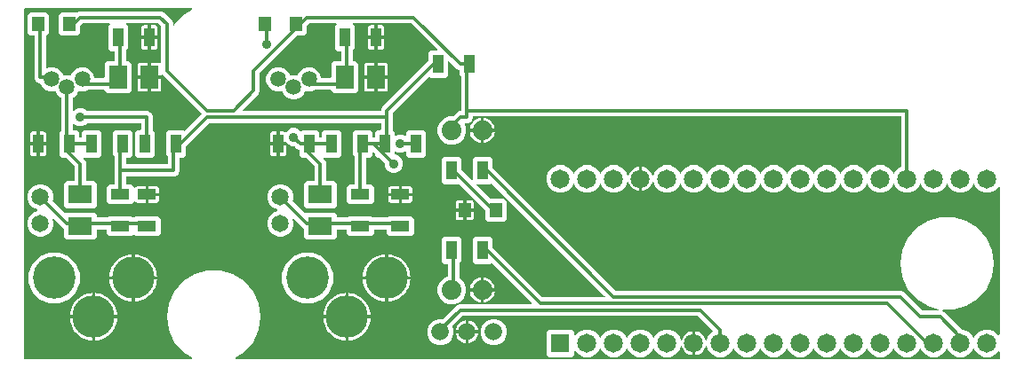
<source format=gbr>
G04 EAGLE Gerber RS-274X export*
G75*
%MOMM*%
%FSLAX34Y34*%
%LPD*%
%INTop Copper*%
%IPPOS*%
%AMOC8*
5,1,8,0,0,1.08239X$1,22.5*%
G01*
%ADD10R,2.250000X1.750000*%
%ADD11R,1.750000X2.250000*%
%ADD12C,1.651000*%
%ADD13R,1.200000X1.400000*%
%ADD14R,1.809600X1.809600*%
%ADD15C,1.809600*%
%ADD16C,1.669600*%
%ADD17C,4.039000*%
%ADD18C,1.879600*%
%ADD19C,1.489600*%
%ADD20R,1.050000X1.800000*%
%ADD21R,1.800000X1.050000*%
%ADD22C,0.304800*%
%ADD23C,0.914400*%

G36*
X169340Y-2534D02*
X169340Y-2534D01*
X169370Y-2537D01*
X169461Y-2515D01*
X169554Y-2500D01*
X169580Y-2486D01*
X169609Y-2478D01*
X169688Y-2428D01*
X169771Y-2384D01*
X169792Y-2363D01*
X169817Y-2347D01*
X169876Y-2274D01*
X169940Y-2206D01*
X169953Y-2179D01*
X169972Y-2156D01*
X170005Y-2068D01*
X170044Y-1983D01*
X170047Y-1953D01*
X170058Y-1925D01*
X170061Y-1832D01*
X170071Y-1739D01*
X170065Y-1709D01*
X170066Y-1680D01*
X170039Y-1590D01*
X170019Y-1498D01*
X170004Y-1472D01*
X169995Y-1444D01*
X169941Y-1368D01*
X169893Y-1287D01*
X169870Y-1268D01*
X169853Y-1243D01*
X169723Y-1138D01*
X161230Y4320D01*
X152899Y13935D01*
X147614Y25507D01*
X145803Y38100D01*
X147614Y50693D01*
X152899Y62265D01*
X161230Y71880D01*
X171932Y78758D01*
X184139Y82342D01*
X196861Y82342D01*
X209068Y78758D01*
X219770Y71880D01*
X228101Y62265D01*
X233386Y50693D01*
X235197Y38100D01*
X233386Y25507D01*
X228101Y13935D01*
X219770Y4320D01*
X211277Y-1138D01*
X211255Y-1158D01*
X211229Y-1172D01*
X211164Y-1239D01*
X211095Y-1302D01*
X211080Y-1328D01*
X211060Y-1350D01*
X211020Y-1435D01*
X210974Y-1517D01*
X210968Y-1546D01*
X210956Y-1573D01*
X210946Y-1666D01*
X210928Y-1758D01*
X210932Y-1788D01*
X210929Y-1817D01*
X210949Y-1909D01*
X210961Y-2002D01*
X210975Y-2029D01*
X210981Y-2058D01*
X211029Y-2138D01*
X211071Y-2222D01*
X211092Y-2243D01*
X211107Y-2269D01*
X211178Y-2330D01*
X211245Y-2396D01*
X211271Y-2409D01*
X211294Y-2429D01*
X211381Y-2464D01*
X211465Y-2506D01*
X211495Y-2510D01*
X211522Y-2521D01*
X211689Y-2539D01*
X938278Y-2539D01*
X938298Y-2536D01*
X938317Y-2538D01*
X938419Y-2516D01*
X938521Y-2500D01*
X938538Y-2490D01*
X938558Y-2486D01*
X938647Y-2433D01*
X938738Y-2384D01*
X938752Y-2370D01*
X938769Y-2360D01*
X938836Y-2281D01*
X938908Y-2206D01*
X938916Y-2188D01*
X938929Y-2173D01*
X938968Y-2077D01*
X939011Y-1983D01*
X939013Y-1963D01*
X939021Y-1945D01*
X939039Y-1778D01*
X939039Y4257D01*
X939028Y4328D01*
X939026Y4400D01*
X939008Y4449D01*
X939000Y4500D01*
X938966Y4563D01*
X938941Y4631D01*
X938909Y4671D01*
X938884Y4717D01*
X938832Y4767D01*
X938788Y4823D01*
X938744Y4851D01*
X938706Y4887D01*
X938641Y4917D01*
X938581Y4956D01*
X938530Y4968D01*
X938483Y4990D01*
X938412Y4998D01*
X938342Y5016D01*
X938290Y5012D01*
X938239Y5017D01*
X938168Y5002D01*
X938097Y4997D01*
X938049Y4976D01*
X937998Y4965D01*
X937937Y4928D01*
X937871Y4900D01*
X937815Y4856D01*
X937787Y4839D01*
X937772Y4821D01*
X937740Y4796D01*
X934528Y1584D01*
X929708Y-413D01*
X924492Y-413D01*
X919672Y1584D01*
X915984Y5272D01*
X915103Y7397D01*
X915065Y7458D01*
X915036Y7524D01*
X915001Y7562D01*
X914974Y7606D01*
X914918Y7652D01*
X914870Y7705D01*
X914824Y7730D01*
X914784Y7763D01*
X914717Y7789D01*
X914654Y7824D01*
X914603Y7833D01*
X914555Y7851D01*
X914483Y7854D01*
X914412Y7867D01*
X914361Y7860D01*
X914309Y7862D01*
X914240Y7842D01*
X914169Y7831D01*
X914123Y7808D01*
X914073Y7793D01*
X914014Y7752D01*
X913950Y7720D01*
X913913Y7683D01*
X913871Y7653D01*
X913828Y7596D01*
X913778Y7544D01*
X913743Y7482D01*
X913724Y7456D01*
X913717Y7433D01*
X913697Y7397D01*
X912816Y5272D01*
X909128Y1584D01*
X904308Y-413D01*
X899092Y-413D01*
X894272Y1584D01*
X890584Y5272D01*
X889703Y7397D01*
X889665Y7458D01*
X889636Y7524D01*
X889601Y7562D01*
X889574Y7606D01*
X889518Y7652D01*
X889470Y7705D01*
X889424Y7730D01*
X889384Y7763D01*
X889317Y7789D01*
X889254Y7824D01*
X889203Y7833D01*
X889155Y7851D01*
X889083Y7854D01*
X889012Y7867D01*
X888961Y7860D01*
X888909Y7862D01*
X888840Y7842D01*
X888769Y7831D01*
X888723Y7808D01*
X888673Y7793D01*
X888614Y7752D01*
X888550Y7720D01*
X888513Y7683D01*
X888471Y7653D01*
X888428Y7596D01*
X888378Y7544D01*
X888343Y7482D01*
X888324Y7456D01*
X888317Y7433D01*
X888297Y7397D01*
X887416Y5272D01*
X883728Y1584D01*
X878908Y-413D01*
X873692Y-413D01*
X868872Y1584D01*
X865184Y5272D01*
X864303Y7397D01*
X864265Y7458D01*
X864236Y7524D01*
X864201Y7562D01*
X864174Y7606D01*
X864118Y7652D01*
X864070Y7705D01*
X864024Y7730D01*
X863984Y7763D01*
X863917Y7789D01*
X863854Y7824D01*
X863803Y7833D01*
X863755Y7851D01*
X863683Y7854D01*
X863612Y7867D01*
X863561Y7860D01*
X863509Y7862D01*
X863440Y7842D01*
X863369Y7831D01*
X863323Y7808D01*
X863273Y7793D01*
X863214Y7752D01*
X863150Y7720D01*
X863113Y7683D01*
X863071Y7653D01*
X863028Y7596D01*
X862978Y7544D01*
X862943Y7482D01*
X862924Y7456D01*
X862917Y7433D01*
X862897Y7397D01*
X862016Y5272D01*
X858328Y1584D01*
X853508Y-413D01*
X848292Y-413D01*
X843472Y1584D01*
X839784Y5272D01*
X838903Y7397D01*
X838865Y7458D01*
X838836Y7524D01*
X838801Y7562D01*
X838774Y7606D01*
X838718Y7652D01*
X838670Y7705D01*
X838624Y7730D01*
X838584Y7763D01*
X838517Y7789D01*
X838454Y7824D01*
X838403Y7833D01*
X838355Y7851D01*
X838283Y7854D01*
X838212Y7867D01*
X838161Y7860D01*
X838109Y7862D01*
X838040Y7842D01*
X837969Y7831D01*
X837923Y7808D01*
X837873Y7793D01*
X837814Y7752D01*
X837750Y7720D01*
X837713Y7683D01*
X837671Y7653D01*
X837628Y7596D01*
X837578Y7544D01*
X837543Y7482D01*
X837524Y7456D01*
X837517Y7433D01*
X837497Y7397D01*
X836616Y5272D01*
X832928Y1584D01*
X828108Y-413D01*
X822892Y-413D01*
X818072Y1584D01*
X814384Y5272D01*
X813503Y7397D01*
X813465Y7458D01*
X813436Y7524D01*
X813401Y7562D01*
X813374Y7606D01*
X813318Y7652D01*
X813270Y7705D01*
X813224Y7730D01*
X813184Y7763D01*
X813117Y7789D01*
X813054Y7824D01*
X813003Y7833D01*
X812955Y7851D01*
X812883Y7854D01*
X812812Y7867D01*
X812761Y7860D01*
X812709Y7862D01*
X812640Y7842D01*
X812569Y7831D01*
X812523Y7808D01*
X812473Y7793D01*
X812414Y7752D01*
X812350Y7720D01*
X812313Y7683D01*
X812271Y7653D01*
X812228Y7596D01*
X812178Y7544D01*
X812143Y7482D01*
X812124Y7456D01*
X812117Y7433D01*
X812097Y7397D01*
X811216Y5272D01*
X807528Y1584D01*
X802708Y-413D01*
X797492Y-413D01*
X792672Y1584D01*
X788984Y5272D01*
X788103Y7397D01*
X788065Y7458D01*
X788036Y7524D01*
X788001Y7562D01*
X787974Y7606D01*
X787918Y7652D01*
X787870Y7705D01*
X787824Y7730D01*
X787784Y7763D01*
X787717Y7789D01*
X787654Y7824D01*
X787603Y7833D01*
X787555Y7851D01*
X787483Y7854D01*
X787412Y7867D01*
X787361Y7860D01*
X787309Y7862D01*
X787240Y7842D01*
X787169Y7831D01*
X787123Y7808D01*
X787073Y7793D01*
X787014Y7752D01*
X786950Y7720D01*
X786913Y7683D01*
X786871Y7653D01*
X786828Y7596D01*
X786778Y7544D01*
X786743Y7482D01*
X786724Y7456D01*
X786717Y7433D01*
X786697Y7397D01*
X785816Y5272D01*
X782128Y1584D01*
X777308Y-413D01*
X772092Y-413D01*
X767272Y1584D01*
X763584Y5272D01*
X762703Y7397D01*
X762665Y7458D01*
X762636Y7524D01*
X762601Y7562D01*
X762574Y7606D01*
X762518Y7652D01*
X762470Y7705D01*
X762424Y7730D01*
X762384Y7763D01*
X762317Y7789D01*
X762254Y7824D01*
X762203Y7833D01*
X762155Y7851D01*
X762083Y7854D01*
X762012Y7867D01*
X761961Y7860D01*
X761909Y7862D01*
X761840Y7842D01*
X761769Y7831D01*
X761723Y7808D01*
X761673Y7793D01*
X761614Y7752D01*
X761550Y7720D01*
X761513Y7683D01*
X761471Y7653D01*
X761428Y7596D01*
X761378Y7544D01*
X761343Y7482D01*
X761324Y7456D01*
X761317Y7433D01*
X761297Y7397D01*
X760416Y5272D01*
X756728Y1584D01*
X751908Y-413D01*
X746692Y-413D01*
X741872Y1584D01*
X738184Y5272D01*
X737303Y7397D01*
X737265Y7458D01*
X737236Y7524D01*
X737201Y7562D01*
X737174Y7606D01*
X737118Y7652D01*
X737070Y7705D01*
X737024Y7730D01*
X736984Y7763D01*
X736917Y7789D01*
X736854Y7824D01*
X736803Y7833D01*
X736755Y7851D01*
X736683Y7854D01*
X736612Y7867D01*
X736561Y7860D01*
X736509Y7862D01*
X736440Y7842D01*
X736369Y7831D01*
X736323Y7808D01*
X736273Y7793D01*
X736214Y7752D01*
X736150Y7720D01*
X736113Y7683D01*
X736071Y7653D01*
X736028Y7596D01*
X735978Y7544D01*
X735943Y7482D01*
X735924Y7456D01*
X735917Y7433D01*
X735897Y7397D01*
X735016Y5272D01*
X731328Y1584D01*
X726508Y-413D01*
X721292Y-413D01*
X716472Y1584D01*
X712784Y5272D01*
X711903Y7397D01*
X711865Y7458D01*
X711836Y7524D01*
X711801Y7562D01*
X711774Y7606D01*
X711718Y7652D01*
X711670Y7705D01*
X711624Y7730D01*
X711584Y7763D01*
X711517Y7789D01*
X711454Y7824D01*
X711403Y7833D01*
X711355Y7851D01*
X711283Y7854D01*
X711212Y7867D01*
X711161Y7860D01*
X711109Y7862D01*
X711040Y7842D01*
X710969Y7831D01*
X710923Y7808D01*
X710873Y7793D01*
X710814Y7752D01*
X710750Y7720D01*
X710713Y7683D01*
X710671Y7653D01*
X710628Y7596D01*
X710578Y7544D01*
X710543Y7482D01*
X710524Y7456D01*
X710517Y7433D01*
X710497Y7397D01*
X709616Y5272D01*
X705928Y1584D01*
X701108Y-413D01*
X695892Y-413D01*
X691072Y1584D01*
X687384Y5272D01*
X686503Y7397D01*
X686465Y7458D01*
X686436Y7524D01*
X686401Y7562D01*
X686374Y7606D01*
X686318Y7652D01*
X686270Y7705D01*
X686224Y7730D01*
X686184Y7763D01*
X686117Y7789D01*
X686054Y7824D01*
X686003Y7833D01*
X685955Y7851D01*
X685883Y7854D01*
X685812Y7867D01*
X685761Y7860D01*
X685709Y7862D01*
X685640Y7842D01*
X685569Y7831D01*
X685523Y7808D01*
X685473Y7793D01*
X685414Y7752D01*
X685350Y7720D01*
X685313Y7683D01*
X685271Y7653D01*
X685228Y7596D01*
X685178Y7544D01*
X685143Y7482D01*
X685124Y7456D01*
X685117Y7433D01*
X685097Y7397D01*
X684216Y5272D01*
X680528Y1584D01*
X675708Y-413D01*
X670492Y-413D01*
X665672Y1584D01*
X661984Y5272D01*
X660245Y9470D01*
X660191Y9556D01*
X660143Y9645D01*
X660127Y9660D01*
X660115Y9679D01*
X660037Y9744D01*
X659963Y9813D01*
X659943Y9822D01*
X659926Y9836D01*
X659831Y9872D01*
X659739Y9914D01*
X659717Y9916D01*
X659696Y9924D01*
X659595Y9928D01*
X659494Y9939D01*
X659472Y9934D01*
X659450Y9935D01*
X659353Y9906D01*
X659254Y9884D01*
X659235Y9872D01*
X659214Y9866D01*
X659131Y9808D01*
X659044Y9755D01*
X659030Y9738D01*
X659012Y9726D01*
X658952Y9645D01*
X658887Y9567D01*
X658875Y9542D01*
X658865Y9528D01*
X658855Y9497D01*
X658817Y9414D01*
X658440Y8251D01*
X657612Y6626D01*
X656539Y5150D01*
X655250Y3861D01*
X653774Y2788D01*
X652149Y1960D01*
X650414Y1397D01*
X649223Y1208D01*
X649223Y11938D01*
X649221Y11952D01*
X649222Y11964D01*
X649221Y11968D01*
X649222Y11977D01*
X649200Y12079D01*
X649183Y12181D01*
X649174Y12198D01*
X649170Y12218D01*
X649117Y12307D01*
X649068Y12398D01*
X649054Y12412D01*
X649044Y12429D01*
X648965Y12496D01*
X648890Y12567D01*
X648872Y12576D01*
X648857Y12589D01*
X648761Y12627D01*
X648667Y12671D01*
X648647Y12673D01*
X648629Y12681D01*
X648462Y12699D01*
X646938Y12699D01*
X646918Y12696D01*
X646899Y12698D01*
X646797Y12676D01*
X646695Y12659D01*
X646678Y12650D01*
X646658Y12646D01*
X646569Y12593D01*
X646478Y12544D01*
X646464Y12530D01*
X646447Y12520D01*
X646380Y12441D01*
X646309Y12366D01*
X646300Y12348D01*
X646287Y12333D01*
X646248Y12237D01*
X646205Y12143D01*
X646203Y12123D01*
X646195Y12105D01*
X646177Y11938D01*
X646177Y1208D01*
X644986Y1397D01*
X643251Y1960D01*
X641626Y2788D01*
X640150Y3861D01*
X638861Y5150D01*
X637788Y6626D01*
X636960Y8251D01*
X636583Y9414D01*
X636536Y9504D01*
X636495Y9597D01*
X636480Y9613D01*
X636470Y9633D01*
X636397Y9703D01*
X636329Y9778D01*
X636309Y9788D01*
X636293Y9804D01*
X636202Y9847D01*
X636113Y9896D01*
X636091Y9900D01*
X636071Y9910D01*
X635971Y9922D01*
X635871Y9940D01*
X635849Y9937D01*
X635827Y9939D01*
X635728Y9919D01*
X635628Y9904D01*
X635608Y9894D01*
X635586Y9890D01*
X635499Y9839D01*
X635408Y9793D01*
X635393Y9777D01*
X635374Y9766D01*
X635307Y9690D01*
X635236Y9617D01*
X635223Y9593D01*
X635212Y9580D01*
X635199Y9550D01*
X635155Y9470D01*
X633416Y5272D01*
X629728Y1584D01*
X624908Y-413D01*
X619692Y-413D01*
X614872Y1584D01*
X611184Y5272D01*
X610303Y7397D01*
X610265Y7458D01*
X610236Y7524D01*
X610201Y7562D01*
X610174Y7606D01*
X610118Y7652D01*
X610070Y7705D01*
X610024Y7730D01*
X609984Y7763D01*
X609917Y7789D01*
X609854Y7824D01*
X609803Y7833D01*
X609755Y7851D01*
X609683Y7854D01*
X609612Y7867D01*
X609561Y7860D01*
X609509Y7862D01*
X609440Y7842D01*
X609369Y7831D01*
X609323Y7808D01*
X609273Y7793D01*
X609214Y7752D01*
X609150Y7720D01*
X609113Y7683D01*
X609071Y7653D01*
X609028Y7596D01*
X608978Y7544D01*
X608943Y7482D01*
X608924Y7456D01*
X608917Y7433D01*
X608897Y7397D01*
X608016Y5272D01*
X604328Y1584D01*
X599508Y-413D01*
X594292Y-413D01*
X589472Y1584D01*
X585784Y5272D01*
X584903Y7397D01*
X584865Y7458D01*
X584836Y7524D01*
X584801Y7562D01*
X584774Y7606D01*
X584718Y7652D01*
X584670Y7705D01*
X584624Y7730D01*
X584584Y7763D01*
X584517Y7789D01*
X584454Y7824D01*
X584403Y7833D01*
X584355Y7851D01*
X584283Y7854D01*
X584212Y7867D01*
X584161Y7860D01*
X584109Y7862D01*
X584040Y7842D01*
X583969Y7831D01*
X583923Y7808D01*
X583873Y7793D01*
X583814Y7752D01*
X583750Y7720D01*
X583713Y7683D01*
X583671Y7653D01*
X583628Y7596D01*
X583578Y7544D01*
X583543Y7482D01*
X583524Y7456D01*
X583517Y7433D01*
X583497Y7397D01*
X582616Y5272D01*
X578928Y1584D01*
X574108Y-413D01*
X568892Y-413D01*
X564072Y1584D01*
X560384Y5272D01*
X559503Y7397D01*
X559465Y7458D01*
X559436Y7524D01*
X559401Y7562D01*
X559374Y7606D01*
X559318Y7652D01*
X559270Y7705D01*
X559224Y7730D01*
X559184Y7763D01*
X559117Y7789D01*
X559054Y7824D01*
X559003Y7833D01*
X558955Y7851D01*
X558883Y7854D01*
X558812Y7867D01*
X558761Y7860D01*
X558709Y7862D01*
X558640Y7842D01*
X558569Y7831D01*
X558523Y7808D01*
X558473Y7793D01*
X558414Y7752D01*
X558350Y7720D01*
X558313Y7683D01*
X558271Y7653D01*
X558228Y7596D01*
X558178Y7544D01*
X558143Y7482D01*
X558124Y7456D01*
X558117Y7433D01*
X558097Y7397D01*
X557216Y5272D01*
X553528Y1584D01*
X548708Y-413D01*
X543492Y-413D01*
X538672Y1584D01*
X535112Y5144D01*
X535054Y5185D01*
X535002Y5235D01*
X534955Y5257D01*
X534913Y5287D01*
X534844Y5308D01*
X534779Y5338D01*
X534727Y5344D01*
X534677Y5359D01*
X534606Y5358D01*
X534535Y5365D01*
X534484Y5354D01*
X534432Y5353D01*
X534364Y5328D01*
X534294Y5313D01*
X534249Y5287D01*
X534201Y5269D01*
X534145Y5224D01*
X534083Y5187D01*
X534049Y5147D01*
X534009Y5115D01*
X533970Y5055D01*
X533923Y5000D01*
X533904Y4952D01*
X533876Y4908D01*
X533858Y4839D01*
X533831Y4772D01*
X533823Y4701D01*
X533815Y4669D01*
X533817Y4646D01*
X533813Y4605D01*
X533813Y1968D01*
X531432Y-413D01*
X509968Y-413D01*
X507587Y1968D01*
X507587Y23432D01*
X509968Y25813D01*
X531432Y25813D01*
X533813Y23432D01*
X533813Y20795D01*
X533824Y20724D01*
X533826Y20652D01*
X533844Y20603D01*
X533852Y20552D01*
X533886Y20489D01*
X533911Y20421D01*
X533943Y20381D01*
X533968Y20335D01*
X534020Y20285D01*
X534064Y20229D01*
X534108Y20201D01*
X534146Y20165D01*
X534211Y20135D01*
X534271Y20096D01*
X534322Y20084D01*
X534369Y20062D01*
X534440Y20054D01*
X534510Y20036D01*
X534562Y20040D01*
X534613Y20035D01*
X534684Y20050D01*
X534755Y20055D01*
X534803Y20076D01*
X534854Y20087D01*
X534915Y20124D01*
X534981Y20152D01*
X535037Y20196D01*
X535065Y20213D01*
X535080Y20231D01*
X535112Y20256D01*
X538672Y23816D01*
X543492Y25813D01*
X548708Y25813D01*
X553528Y23816D01*
X557216Y20128D01*
X558097Y18003D01*
X558135Y17942D01*
X558164Y17876D01*
X558199Y17838D01*
X558226Y17794D01*
X558282Y17748D01*
X558330Y17695D01*
X558376Y17670D01*
X558416Y17637D01*
X558483Y17611D01*
X558546Y17576D01*
X558597Y17567D01*
X558645Y17549D01*
X558717Y17546D01*
X558788Y17533D01*
X558839Y17540D01*
X558891Y17538D01*
X558960Y17558D01*
X559031Y17569D01*
X559077Y17592D01*
X559127Y17607D01*
X559186Y17648D01*
X559250Y17680D01*
X559287Y17717D01*
X559329Y17747D01*
X559372Y17804D01*
X559422Y17856D01*
X559457Y17918D01*
X559476Y17944D01*
X559483Y17967D01*
X559503Y18003D01*
X560384Y20128D01*
X564072Y23816D01*
X568892Y25813D01*
X574108Y25813D01*
X578928Y23816D01*
X582616Y20128D01*
X583497Y18003D01*
X583535Y17942D01*
X583564Y17876D01*
X583599Y17838D01*
X583626Y17794D01*
X583682Y17748D01*
X583730Y17695D01*
X583776Y17670D01*
X583816Y17637D01*
X583883Y17611D01*
X583946Y17576D01*
X583997Y17567D01*
X584045Y17549D01*
X584117Y17546D01*
X584188Y17533D01*
X584239Y17540D01*
X584291Y17538D01*
X584360Y17558D01*
X584431Y17569D01*
X584477Y17592D01*
X584527Y17607D01*
X584586Y17648D01*
X584650Y17680D01*
X584687Y17717D01*
X584729Y17747D01*
X584772Y17804D01*
X584822Y17856D01*
X584857Y17918D01*
X584876Y17944D01*
X584883Y17967D01*
X584903Y18003D01*
X585784Y20128D01*
X589472Y23816D01*
X594292Y25813D01*
X599508Y25813D01*
X604328Y23816D01*
X608016Y20128D01*
X608897Y18003D01*
X608935Y17942D01*
X608964Y17876D01*
X608999Y17838D01*
X609026Y17794D01*
X609082Y17748D01*
X609130Y17695D01*
X609176Y17670D01*
X609216Y17637D01*
X609283Y17611D01*
X609346Y17576D01*
X609397Y17567D01*
X609445Y17549D01*
X609517Y17546D01*
X609588Y17533D01*
X609639Y17540D01*
X609691Y17538D01*
X609760Y17558D01*
X609831Y17569D01*
X609877Y17592D01*
X609927Y17607D01*
X609986Y17648D01*
X610050Y17680D01*
X610087Y17717D01*
X610129Y17747D01*
X610172Y17804D01*
X610222Y17856D01*
X610257Y17918D01*
X610276Y17944D01*
X610283Y17967D01*
X610303Y18003D01*
X611184Y20128D01*
X614872Y23816D01*
X619692Y25813D01*
X624908Y25813D01*
X629728Y23816D01*
X633416Y20128D01*
X635155Y15930D01*
X635209Y15844D01*
X635257Y15755D01*
X635273Y15740D01*
X635285Y15721D01*
X635363Y15656D01*
X635437Y15587D01*
X635457Y15578D01*
X635474Y15564D01*
X635569Y15528D01*
X635661Y15486D01*
X635683Y15484D01*
X635704Y15476D01*
X635805Y15472D01*
X635906Y15461D01*
X635928Y15466D01*
X635950Y15465D01*
X636047Y15494D01*
X636146Y15516D01*
X636165Y15528D01*
X636186Y15534D01*
X636269Y15592D01*
X636356Y15645D01*
X636370Y15662D01*
X636388Y15674D01*
X636448Y15755D01*
X636513Y15833D01*
X636525Y15858D01*
X636535Y15872D01*
X636545Y15903D01*
X636583Y15986D01*
X636960Y17149D01*
X637788Y18774D01*
X638861Y20250D01*
X640150Y21539D01*
X641626Y22612D01*
X643251Y23440D01*
X644986Y24003D01*
X646177Y24192D01*
X646177Y13462D01*
X646180Y13442D01*
X646178Y13423D01*
X646200Y13321D01*
X646217Y13219D01*
X646226Y13202D01*
X646230Y13182D01*
X646283Y13093D01*
X646332Y13002D01*
X646346Y12988D01*
X646356Y12971D01*
X646435Y12904D01*
X646510Y12833D01*
X646528Y12824D01*
X646543Y12811D01*
X646639Y12773D01*
X646733Y12729D01*
X646753Y12727D01*
X646771Y12719D01*
X646938Y12701D01*
X648462Y12701D01*
X648482Y12704D01*
X648501Y12702D01*
X648603Y12724D01*
X648705Y12741D01*
X648722Y12750D01*
X648742Y12754D01*
X648831Y12807D01*
X648922Y12856D01*
X648936Y12870D01*
X648953Y12880D01*
X649020Y12959D01*
X649091Y13034D01*
X649100Y13052D01*
X649113Y13067D01*
X649152Y13163D01*
X649195Y13257D01*
X649197Y13277D01*
X649205Y13295D01*
X649223Y13462D01*
X649223Y24192D01*
X650414Y24003D01*
X652149Y23440D01*
X653774Y22612D01*
X655250Y21539D01*
X656539Y20250D01*
X657612Y18774D01*
X658440Y17149D01*
X658817Y15986D01*
X658864Y15896D01*
X658905Y15803D01*
X658920Y15787D01*
X658930Y15767D01*
X659003Y15697D01*
X659072Y15622D01*
X659091Y15612D01*
X659107Y15596D01*
X659198Y15553D01*
X659287Y15504D01*
X659309Y15500D01*
X659329Y15490D01*
X659429Y15478D01*
X659529Y15460D01*
X659551Y15463D01*
X659573Y15461D01*
X659672Y15481D01*
X659772Y15496D01*
X659792Y15506D01*
X659814Y15510D01*
X659901Y15561D01*
X659992Y15607D01*
X660007Y15623D01*
X660026Y15634D01*
X660093Y15711D01*
X660164Y15783D01*
X660177Y15807D01*
X660188Y15820D01*
X660201Y15850D01*
X660245Y15930D01*
X661984Y20128D01*
X665688Y23832D01*
X665699Y23848D01*
X665715Y23861D01*
X665771Y23948D01*
X665831Y24032D01*
X665837Y24051D01*
X665848Y24068D01*
X665873Y24168D01*
X665904Y24267D01*
X665903Y24287D01*
X665908Y24306D01*
X665900Y24409D01*
X665897Y24513D01*
X665890Y24531D01*
X665889Y24551D01*
X665849Y24646D01*
X665813Y24744D01*
X665800Y24759D01*
X665793Y24778D01*
X665688Y24909D01*
X651958Y38638D01*
X651884Y38691D01*
X651815Y38751D01*
X651784Y38763D01*
X651758Y38782D01*
X651671Y38809D01*
X651586Y38843D01*
X651546Y38847D01*
X651523Y38854D01*
X651491Y38853D01*
X651420Y38861D01*
X428080Y38861D01*
X427990Y38847D01*
X427899Y38839D01*
X427869Y38827D01*
X427838Y38822D01*
X427757Y38779D01*
X427673Y38743D01*
X427641Y38717D01*
X427620Y38706D01*
X427598Y38683D01*
X427542Y38638D01*
X418048Y29144D01*
X417979Y29049D01*
X417910Y28955D01*
X417908Y28949D01*
X417904Y28944D01*
X417870Y28833D01*
X417834Y28721D01*
X417834Y28715D01*
X417832Y28709D01*
X417835Y28592D01*
X417836Y28476D01*
X417838Y28468D01*
X417838Y28463D01*
X417845Y28446D01*
X417883Y28314D01*
X418813Y26069D01*
X418813Y21131D01*
X416923Y16569D01*
X413431Y13077D01*
X408869Y11187D01*
X403931Y11187D01*
X399369Y13077D01*
X395877Y16569D01*
X393987Y21131D01*
X393987Y26069D01*
X395877Y30631D01*
X399369Y34123D01*
X403931Y36013D01*
X408794Y36013D01*
X408884Y36027D01*
X408975Y36035D01*
X409005Y36047D01*
X409037Y36052D01*
X409117Y36095D01*
X409201Y36131D01*
X409233Y36157D01*
X409254Y36168D01*
X409276Y36191D01*
X409332Y36236D01*
X420605Y47509D01*
X422284Y49188D01*
X424338Y50039D01*
X492670Y50039D01*
X492741Y50050D01*
X492812Y50052D01*
X492861Y50070D01*
X492913Y50078D01*
X492976Y50112D01*
X493043Y50137D01*
X493084Y50169D01*
X493130Y50194D01*
X493179Y50245D01*
X493235Y50290D01*
X493263Y50334D01*
X493299Y50372D01*
X493329Y50437D01*
X493368Y50497D01*
X493381Y50548D01*
X493403Y50595D01*
X493411Y50666D01*
X493428Y50736D01*
X493424Y50788D01*
X493430Y50839D01*
X493415Y50910D01*
X493409Y50981D01*
X493389Y51029D01*
X493378Y51080D01*
X493341Y51141D01*
X493313Y51207D01*
X493268Y51263D01*
X493252Y51291D01*
X493234Y51306D01*
X493208Y51338D01*
X455411Y89136D01*
X455394Y89147D01*
X455382Y89163D01*
X455295Y89219D01*
X455211Y89279D01*
X455192Y89285D01*
X455175Y89296D01*
X455075Y89321D01*
X454976Y89352D01*
X454956Y89351D01*
X454937Y89356D01*
X454834Y89348D01*
X454730Y89345D01*
X454711Y89338D01*
X454691Y89337D01*
X454597Y89296D01*
X454499Y89261D01*
X454483Y89248D01*
X454465Y89241D01*
X454334Y89136D01*
X453734Y88535D01*
X439866Y88535D01*
X437485Y90916D01*
X437485Y112284D01*
X439866Y114665D01*
X453734Y114665D01*
X456115Y112284D01*
X456115Y104554D01*
X456129Y104464D01*
X456137Y104373D01*
X456149Y104343D01*
X456154Y104312D01*
X456197Y104231D01*
X456233Y104147D01*
X456259Y104115D01*
X456270Y104094D01*
X456293Y104072D01*
X456338Y104016D01*
X503742Y56612D01*
X503816Y56558D01*
X503885Y56499D01*
X503916Y56487D01*
X503942Y56468D01*
X504029Y56441D01*
X504114Y56407D01*
X504154Y56403D01*
X504177Y56396D01*
X504209Y56397D01*
X504280Y56389D01*
X562520Y56389D01*
X562591Y56400D01*
X562662Y56402D01*
X562711Y56420D01*
X562763Y56428D01*
X562826Y56462D01*
X562893Y56487D01*
X562934Y56519D01*
X562980Y56544D01*
X563029Y56595D01*
X563085Y56640D01*
X563113Y56684D01*
X563149Y56722D01*
X563179Y56787D01*
X563218Y56847D01*
X563231Y56898D01*
X563253Y56945D01*
X563261Y57016D01*
X563278Y57086D01*
X563274Y57138D01*
X563280Y57189D01*
X563265Y57260D01*
X563259Y57331D01*
X563239Y57379D01*
X563228Y57430D01*
X563191Y57491D01*
X563163Y57557D01*
X563118Y57613D01*
X563102Y57641D01*
X563084Y57656D01*
X563058Y57688D01*
X455411Y165336D01*
X455394Y165347D01*
X455382Y165363D01*
X455295Y165419D01*
X455211Y165479D01*
X455192Y165485D01*
X455175Y165496D01*
X455075Y165521D01*
X454976Y165552D01*
X454956Y165551D01*
X454937Y165556D01*
X454834Y165548D01*
X454730Y165545D01*
X454711Y165538D01*
X454691Y165537D01*
X454597Y165496D01*
X454499Y165461D01*
X454483Y165448D01*
X454465Y165441D01*
X454334Y165336D01*
X453734Y164735D01*
X441906Y164735D01*
X441835Y164724D01*
X441764Y164722D01*
X441715Y164704D01*
X441663Y164696D01*
X441600Y164662D01*
X441533Y164637D01*
X441492Y164605D01*
X441446Y164580D01*
X441397Y164528D01*
X441341Y164484D01*
X441313Y164440D01*
X441277Y164402D01*
X441247Y164337D01*
X441208Y164277D01*
X441195Y164226D01*
X441173Y164179D01*
X441165Y164108D01*
X441148Y164038D01*
X441152Y163986D01*
X441146Y163935D01*
X441161Y163864D01*
X441167Y163793D01*
X441187Y163745D01*
X441198Y163694D01*
X441235Y163633D01*
X441263Y163567D01*
X441308Y163511D01*
X441324Y163483D01*
X441342Y163468D01*
X441368Y163436D01*
X453816Y150988D01*
X453890Y150935D01*
X453959Y150875D01*
X453990Y150863D01*
X454016Y150844D01*
X454103Y150817D01*
X454188Y150783D01*
X454228Y150779D01*
X454251Y150772D01*
X454283Y150773D01*
X454354Y150765D01*
X467184Y150765D01*
X469565Y148384D01*
X469565Y131016D01*
X467184Y128635D01*
X451816Y128635D01*
X449435Y131016D01*
X449435Y139246D01*
X449421Y139336D01*
X449413Y139427D01*
X449401Y139457D01*
X449396Y139488D01*
X449353Y139569D01*
X449317Y139653D01*
X449291Y139685D01*
X449280Y139706D01*
X449257Y139728D01*
X449212Y139784D01*
X424484Y164512D01*
X424410Y164565D01*
X424341Y164625D01*
X424310Y164637D01*
X424284Y164656D01*
X424197Y164683D01*
X424112Y164717D01*
X424072Y164721D01*
X424049Y164728D01*
X424017Y164727D01*
X423946Y164735D01*
X409866Y164735D01*
X407485Y167116D01*
X407485Y188484D01*
X409866Y190865D01*
X423734Y190865D01*
X426115Y188484D01*
X426115Y179004D01*
X426129Y178914D01*
X426137Y178823D01*
X426149Y178793D01*
X426154Y178761D01*
X426197Y178681D01*
X426233Y178597D01*
X426259Y178565D01*
X426270Y178544D01*
X426293Y178522D01*
X426338Y178466D01*
X436186Y168618D01*
X436244Y168576D01*
X436296Y168527D01*
X436343Y168505D01*
X436385Y168474D01*
X436454Y168453D01*
X436519Y168423D01*
X436571Y168417D01*
X436621Y168402D01*
X436692Y168404D01*
X436763Y168396D01*
X436814Y168407D01*
X436866Y168408D01*
X436934Y168433D01*
X437004Y168448D01*
X437048Y168475D01*
X437097Y168493D01*
X437153Y168538D01*
X437215Y168574D01*
X437249Y168614D01*
X437289Y168647D01*
X437328Y168707D01*
X437375Y168761D01*
X437394Y168810D01*
X437422Y168853D01*
X437440Y168923D01*
X437467Y168989D01*
X437475Y169061D01*
X437483Y169092D01*
X437481Y169115D01*
X437485Y169156D01*
X437485Y188484D01*
X439866Y190865D01*
X453734Y190865D01*
X456115Y188484D01*
X456115Y180754D01*
X456129Y180664D01*
X456137Y180573D01*
X456149Y180543D01*
X456154Y180511D01*
X456197Y180431D01*
X456233Y180347D01*
X456259Y180315D01*
X456270Y180294D01*
X456293Y180272D01*
X456338Y180216D01*
X573592Y62962D01*
X573666Y62909D01*
X573735Y62849D01*
X573766Y62837D01*
X573792Y62818D01*
X573879Y62791D01*
X573964Y62757D01*
X574004Y62753D01*
X574027Y62746D01*
X574059Y62747D01*
X574130Y62739D01*
X845662Y62739D01*
X847716Y61888D01*
X865692Y43912D01*
X865766Y43859D01*
X865835Y43799D01*
X865866Y43787D01*
X865892Y43768D01*
X865979Y43741D01*
X866064Y43707D01*
X866104Y43703D01*
X866127Y43696D01*
X866159Y43697D01*
X866230Y43689D01*
X880646Y43689D01*
X880660Y43691D01*
X880675Y43689D01*
X880782Y43711D01*
X880888Y43728D01*
X880902Y43735D01*
X880916Y43738D01*
X881010Y43793D01*
X881106Y43844D01*
X881116Y43854D01*
X881129Y43862D01*
X881201Y43944D01*
X881275Y44022D01*
X881281Y44035D01*
X881291Y44047D01*
X881333Y44147D01*
X881379Y44245D01*
X881380Y44260D01*
X881386Y44274D01*
X881394Y44382D01*
X881406Y44489D01*
X881403Y44504D01*
X881404Y44519D01*
X881377Y44624D01*
X881354Y44730D01*
X881346Y44743D01*
X881342Y44757D01*
X881283Y44848D01*
X881227Y44941D01*
X881216Y44951D01*
X881208Y44963D01*
X881123Y45030D01*
X881040Y45101D01*
X881027Y45106D01*
X881015Y45116D01*
X880860Y45180D01*
X870432Y48242D01*
X859730Y55120D01*
X851399Y64735D01*
X846114Y76307D01*
X844303Y88900D01*
X846114Y101493D01*
X851399Y113065D01*
X859730Y122680D01*
X870432Y129558D01*
X882639Y133142D01*
X895361Y133142D01*
X907568Y129558D01*
X918270Y122680D01*
X926601Y113065D01*
X931886Y101493D01*
X933697Y88900D01*
X931886Y76307D01*
X926601Y64735D01*
X918270Y55120D01*
X907568Y48242D01*
X895361Y44658D01*
X885249Y44658D01*
X885153Y44642D01*
X885055Y44633D01*
X885032Y44623D01*
X885006Y44618D01*
X884920Y44573D01*
X884831Y44533D01*
X884811Y44515D01*
X884788Y44503D01*
X884721Y44433D01*
X884650Y44367D01*
X884637Y44344D01*
X884619Y44325D01*
X884578Y44236D01*
X884531Y44151D01*
X884526Y44126D01*
X884515Y44102D01*
X884505Y44005D01*
X884487Y43909D01*
X884491Y43883D01*
X884488Y43857D01*
X884509Y43762D01*
X884523Y43666D01*
X884535Y43643D01*
X884541Y43617D01*
X884591Y43533D01*
X884635Y43447D01*
X884653Y43428D01*
X884667Y43406D01*
X884741Y43342D01*
X884810Y43274D01*
X884839Y43259D01*
X884854Y43246D01*
X884884Y43234D01*
X884957Y43193D01*
X885816Y42838D01*
X902618Y26036D01*
X902692Y25983D01*
X902761Y25923D01*
X902792Y25911D01*
X902818Y25892D01*
X902905Y25865D01*
X902990Y25831D01*
X903030Y25827D01*
X903053Y25820D01*
X903085Y25821D01*
X903156Y25813D01*
X904308Y25813D01*
X909128Y23816D01*
X912816Y20128D01*
X913697Y18003D01*
X913735Y17942D01*
X913764Y17876D01*
X913799Y17838D01*
X913826Y17794D01*
X913882Y17748D01*
X913930Y17695D01*
X913976Y17670D01*
X914016Y17637D01*
X914083Y17611D01*
X914146Y17576D01*
X914197Y17567D01*
X914245Y17549D01*
X914317Y17546D01*
X914388Y17533D01*
X914439Y17540D01*
X914491Y17538D01*
X914560Y17558D01*
X914631Y17569D01*
X914677Y17592D01*
X914727Y17607D01*
X914786Y17648D01*
X914850Y17680D01*
X914887Y17717D01*
X914929Y17747D01*
X914972Y17804D01*
X915022Y17856D01*
X915057Y17918D01*
X915076Y17944D01*
X915083Y17967D01*
X915103Y18003D01*
X915984Y20128D01*
X919672Y23816D01*
X924492Y25813D01*
X929708Y25813D01*
X934528Y23816D01*
X937740Y20604D01*
X937798Y20563D01*
X937850Y20513D01*
X937897Y20491D01*
X937939Y20461D01*
X938008Y20440D01*
X938073Y20410D01*
X938125Y20404D01*
X938175Y20389D01*
X938246Y20390D01*
X938317Y20383D01*
X938368Y20394D01*
X938420Y20395D01*
X938488Y20420D01*
X938558Y20435D01*
X938603Y20461D01*
X938651Y20479D01*
X938707Y20524D01*
X938769Y20561D01*
X938803Y20601D01*
X938843Y20633D01*
X938882Y20693D01*
X938929Y20748D01*
X938948Y20796D01*
X938976Y20840D01*
X938994Y20909D01*
X939021Y20976D01*
X939029Y21047D01*
X939037Y21079D01*
X939035Y21102D01*
X939039Y21143D01*
X939039Y161257D01*
X939028Y161328D01*
X939026Y161400D01*
X939008Y161449D01*
X939000Y161500D01*
X938966Y161563D01*
X938941Y161631D01*
X938909Y161671D01*
X938884Y161717D01*
X938832Y161767D01*
X938788Y161823D01*
X938744Y161851D01*
X938706Y161887D01*
X938641Y161917D01*
X938581Y161956D01*
X938530Y161968D01*
X938483Y161990D01*
X938412Y161998D01*
X938342Y162016D01*
X938290Y162012D01*
X938239Y162017D01*
X938168Y162002D01*
X938097Y161997D01*
X938049Y161976D01*
X937998Y161965D01*
X937937Y161928D01*
X937871Y161900D01*
X937815Y161856D01*
X937787Y161839D01*
X937772Y161821D01*
X937740Y161796D01*
X934528Y158584D01*
X929708Y156587D01*
X924492Y156587D01*
X919672Y158584D01*
X915984Y162272D01*
X915103Y164397D01*
X915065Y164458D01*
X915036Y164524D01*
X915001Y164562D01*
X914974Y164606D01*
X914918Y164652D01*
X914870Y164705D01*
X914824Y164730D01*
X914784Y164763D01*
X914717Y164789D01*
X914654Y164824D01*
X914603Y164833D01*
X914555Y164851D01*
X914483Y164854D01*
X914412Y164867D01*
X914361Y164860D01*
X914309Y164862D01*
X914240Y164842D01*
X914169Y164831D01*
X914123Y164808D01*
X914073Y164793D01*
X914014Y164752D01*
X913950Y164720D01*
X913913Y164683D01*
X913871Y164653D01*
X913828Y164596D01*
X913778Y164544D01*
X913743Y164482D01*
X913724Y164456D01*
X913717Y164433D01*
X913697Y164397D01*
X912816Y162272D01*
X909128Y158584D01*
X904308Y156587D01*
X899092Y156587D01*
X894272Y158584D01*
X890584Y162272D01*
X889703Y164397D01*
X889665Y164458D01*
X889636Y164524D01*
X889601Y164562D01*
X889574Y164606D01*
X889518Y164652D01*
X889470Y164705D01*
X889424Y164730D01*
X889384Y164763D01*
X889317Y164789D01*
X889254Y164824D01*
X889203Y164833D01*
X889155Y164851D01*
X889083Y164854D01*
X889012Y164867D01*
X888961Y164860D01*
X888909Y164862D01*
X888840Y164842D01*
X888769Y164831D01*
X888723Y164808D01*
X888673Y164793D01*
X888614Y164752D01*
X888550Y164720D01*
X888513Y164683D01*
X888471Y164653D01*
X888428Y164596D01*
X888378Y164544D01*
X888343Y164482D01*
X888324Y164456D01*
X888317Y164433D01*
X888297Y164397D01*
X887416Y162272D01*
X883728Y158584D01*
X878908Y156587D01*
X873692Y156587D01*
X868872Y158584D01*
X865184Y162272D01*
X864303Y164397D01*
X864265Y164458D01*
X864236Y164524D01*
X864201Y164562D01*
X864174Y164606D01*
X864118Y164652D01*
X864070Y164705D01*
X864024Y164730D01*
X863984Y164763D01*
X863917Y164789D01*
X863854Y164824D01*
X863803Y164833D01*
X863755Y164851D01*
X863683Y164854D01*
X863612Y164867D01*
X863561Y164860D01*
X863509Y164862D01*
X863440Y164842D01*
X863369Y164831D01*
X863323Y164808D01*
X863273Y164793D01*
X863214Y164752D01*
X863150Y164720D01*
X863113Y164683D01*
X863071Y164653D01*
X863028Y164596D01*
X862978Y164544D01*
X862943Y164482D01*
X862924Y164456D01*
X862917Y164433D01*
X862897Y164397D01*
X862016Y162272D01*
X858328Y158584D01*
X853508Y156587D01*
X848292Y156587D01*
X843472Y158584D01*
X839784Y162272D01*
X838903Y164397D01*
X838865Y164458D01*
X838836Y164524D01*
X838801Y164562D01*
X838774Y164606D01*
X838718Y164652D01*
X838670Y164705D01*
X838624Y164730D01*
X838584Y164763D01*
X838517Y164789D01*
X838454Y164824D01*
X838403Y164833D01*
X838355Y164851D01*
X838283Y164854D01*
X838212Y164867D01*
X838161Y164860D01*
X838109Y164862D01*
X838040Y164842D01*
X837969Y164831D01*
X837923Y164808D01*
X837873Y164793D01*
X837814Y164752D01*
X837750Y164720D01*
X837713Y164683D01*
X837671Y164653D01*
X837628Y164596D01*
X837578Y164544D01*
X837543Y164482D01*
X837524Y164456D01*
X837517Y164433D01*
X837497Y164397D01*
X836616Y162272D01*
X832928Y158584D01*
X828108Y156587D01*
X822892Y156587D01*
X818072Y158584D01*
X814384Y162272D01*
X813503Y164397D01*
X813465Y164458D01*
X813436Y164524D01*
X813401Y164562D01*
X813374Y164606D01*
X813318Y164652D01*
X813270Y164705D01*
X813224Y164730D01*
X813184Y164763D01*
X813117Y164789D01*
X813054Y164824D01*
X813003Y164833D01*
X812955Y164851D01*
X812883Y164854D01*
X812812Y164867D01*
X812761Y164860D01*
X812709Y164862D01*
X812640Y164842D01*
X812569Y164831D01*
X812523Y164808D01*
X812473Y164793D01*
X812414Y164752D01*
X812350Y164720D01*
X812313Y164683D01*
X812271Y164653D01*
X812228Y164596D01*
X812178Y164544D01*
X812143Y164482D01*
X812124Y164456D01*
X812117Y164433D01*
X812097Y164397D01*
X811216Y162272D01*
X807528Y158584D01*
X802708Y156587D01*
X797492Y156587D01*
X792672Y158584D01*
X788984Y162272D01*
X788103Y164397D01*
X788065Y164458D01*
X788036Y164524D01*
X788001Y164562D01*
X787974Y164606D01*
X787918Y164652D01*
X787870Y164705D01*
X787824Y164730D01*
X787784Y164763D01*
X787717Y164789D01*
X787654Y164824D01*
X787603Y164833D01*
X787555Y164851D01*
X787483Y164854D01*
X787412Y164867D01*
X787361Y164860D01*
X787309Y164862D01*
X787240Y164842D01*
X787169Y164831D01*
X787123Y164808D01*
X787073Y164793D01*
X787014Y164752D01*
X786950Y164720D01*
X786913Y164683D01*
X786871Y164653D01*
X786828Y164596D01*
X786778Y164544D01*
X786743Y164482D01*
X786724Y164456D01*
X786717Y164433D01*
X786697Y164397D01*
X785816Y162272D01*
X782128Y158584D01*
X777308Y156587D01*
X772092Y156587D01*
X767272Y158584D01*
X763584Y162272D01*
X762703Y164397D01*
X762665Y164458D01*
X762636Y164524D01*
X762601Y164562D01*
X762574Y164606D01*
X762518Y164652D01*
X762470Y164705D01*
X762424Y164730D01*
X762384Y164763D01*
X762317Y164789D01*
X762254Y164824D01*
X762203Y164833D01*
X762155Y164851D01*
X762083Y164854D01*
X762012Y164867D01*
X761961Y164860D01*
X761909Y164862D01*
X761840Y164842D01*
X761769Y164831D01*
X761723Y164808D01*
X761673Y164793D01*
X761614Y164752D01*
X761550Y164720D01*
X761513Y164683D01*
X761471Y164653D01*
X761428Y164596D01*
X761378Y164544D01*
X761343Y164482D01*
X761324Y164456D01*
X761317Y164433D01*
X761297Y164397D01*
X760416Y162272D01*
X756728Y158584D01*
X751908Y156587D01*
X746692Y156587D01*
X741872Y158584D01*
X738184Y162272D01*
X737303Y164397D01*
X737265Y164458D01*
X737236Y164524D01*
X737201Y164562D01*
X737174Y164606D01*
X737118Y164652D01*
X737070Y164705D01*
X737024Y164730D01*
X736984Y164763D01*
X736917Y164789D01*
X736854Y164824D01*
X736803Y164833D01*
X736755Y164851D01*
X736683Y164854D01*
X736612Y164867D01*
X736561Y164860D01*
X736509Y164862D01*
X736440Y164842D01*
X736369Y164831D01*
X736323Y164808D01*
X736273Y164793D01*
X736214Y164752D01*
X736150Y164720D01*
X736113Y164683D01*
X736071Y164653D01*
X736028Y164596D01*
X735978Y164544D01*
X735943Y164482D01*
X735924Y164456D01*
X735917Y164433D01*
X735897Y164397D01*
X735016Y162272D01*
X731328Y158584D01*
X726508Y156587D01*
X721292Y156587D01*
X716472Y158584D01*
X712784Y162272D01*
X711903Y164397D01*
X711865Y164458D01*
X711836Y164524D01*
X711801Y164562D01*
X711774Y164606D01*
X711718Y164652D01*
X711670Y164705D01*
X711624Y164730D01*
X711584Y164763D01*
X711517Y164789D01*
X711454Y164824D01*
X711403Y164833D01*
X711355Y164851D01*
X711283Y164854D01*
X711212Y164867D01*
X711161Y164860D01*
X711109Y164862D01*
X711040Y164842D01*
X710969Y164831D01*
X710923Y164808D01*
X710873Y164793D01*
X710814Y164752D01*
X710750Y164720D01*
X710713Y164683D01*
X710671Y164653D01*
X710628Y164596D01*
X710578Y164544D01*
X710543Y164482D01*
X710524Y164456D01*
X710517Y164433D01*
X710497Y164397D01*
X709616Y162272D01*
X705928Y158584D01*
X701108Y156587D01*
X695892Y156587D01*
X691072Y158584D01*
X687384Y162272D01*
X686503Y164397D01*
X686465Y164458D01*
X686436Y164524D01*
X686401Y164562D01*
X686374Y164606D01*
X686318Y164652D01*
X686270Y164705D01*
X686224Y164730D01*
X686184Y164763D01*
X686117Y164789D01*
X686054Y164824D01*
X686003Y164833D01*
X685955Y164851D01*
X685883Y164854D01*
X685812Y164867D01*
X685761Y164860D01*
X685709Y164862D01*
X685640Y164842D01*
X685569Y164831D01*
X685523Y164808D01*
X685473Y164793D01*
X685414Y164752D01*
X685350Y164720D01*
X685313Y164683D01*
X685271Y164653D01*
X685228Y164596D01*
X685178Y164544D01*
X685143Y164482D01*
X685124Y164456D01*
X685117Y164433D01*
X685097Y164397D01*
X684216Y162272D01*
X680528Y158584D01*
X675708Y156587D01*
X670492Y156587D01*
X665672Y158584D01*
X661984Y162272D01*
X661103Y164397D01*
X661065Y164458D01*
X661036Y164524D01*
X661001Y164562D01*
X660974Y164606D01*
X660918Y164652D01*
X660870Y164705D01*
X660824Y164730D01*
X660784Y164763D01*
X660717Y164789D01*
X660654Y164824D01*
X660603Y164833D01*
X660555Y164851D01*
X660483Y164854D01*
X660412Y164867D01*
X660361Y164860D01*
X660309Y164862D01*
X660240Y164842D01*
X660169Y164831D01*
X660123Y164808D01*
X660073Y164793D01*
X660014Y164752D01*
X659950Y164720D01*
X659913Y164683D01*
X659871Y164653D01*
X659828Y164596D01*
X659778Y164544D01*
X659743Y164482D01*
X659724Y164456D01*
X659717Y164433D01*
X659697Y164397D01*
X658816Y162272D01*
X655128Y158584D01*
X650308Y156587D01*
X645092Y156587D01*
X640272Y158584D01*
X636584Y162272D01*
X635703Y164397D01*
X635665Y164458D01*
X635636Y164524D01*
X635601Y164562D01*
X635574Y164606D01*
X635518Y164652D01*
X635470Y164705D01*
X635424Y164730D01*
X635384Y164763D01*
X635317Y164789D01*
X635254Y164824D01*
X635203Y164833D01*
X635155Y164851D01*
X635083Y164854D01*
X635012Y164867D01*
X634961Y164860D01*
X634909Y164862D01*
X634840Y164842D01*
X634769Y164831D01*
X634723Y164808D01*
X634673Y164793D01*
X634614Y164752D01*
X634550Y164720D01*
X634513Y164683D01*
X634471Y164653D01*
X634428Y164596D01*
X634378Y164544D01*
X634343Y164482D01*
X634324Y164456D01*
X634317Y164433D01*
X634297Y164397D01*
X633416Y162272D01*
X629728Y158584D01*
X624908Y156587D01*
X619692Y156587D01*
X614872Y158584D01*
X611184Y162272D01*
X609445Y166470D01*
X609391Y166556D01*
X609343Y166645D01*
X609327Y166660D01*
X609315Y166679D01*
X609237Y166744D01*
X609163Y166813D01*
X609143Y166822D01*
X609126Y166836D01*
X609031Y166872D01*
X608939Y166914D01*
X608917Y166916D01*
X608896Y166924D01*
X608795Y166928D01*
X608694Y166939D01*
X608672Y166934D01*
X608650Y166935D01*
X608553Y166906D01*
X608454Y166884D01*
X608435Y166872D01*
X608414Y166866D01*
X608331Y166808D01*
X608244Y166755D01*
X608230Y166738D01*
X608212Y166726D01*
X608152Y166645D01*
X608087Y166567D01*
X608075Y166542D01*
X608065Y166528D01*
X608055Y166497D01*
X608017Y166414D01*
X607640Y165251D01*
X606812Y163626D01*
X605739Y162150D01*
X604450Y160861D01*
X602974Y159788D01*
X601349Y158960D01*
X599614Y158397D01*
X598423Y158208D01*
X598423Y168938D01*
X598420Y168958D01*
X598422Y168977D01*
X598400Y169079D01*
X598383Y169181D01*
X598374Y169198D01*
X598370Y169218D01*
X598317Y169307D01*
X598268Y169398D01*
X598254Y169412D01*
X598244Y169429D01*
X598165Y169496D01*
X598090Y169567D01*
X598072Y169576D01*
X598057Y169589D01*
X597961Y169627D01*
X597867Y169671D01*
X597847Y169673D01*
X597829Y169681D01*
X597662Y169699D01*
X596138Y169699D01*
X596118Y169696D01*
X596099Y169698D01*
X595997Y169676D01*
X595895Y169659D01*
X595878Y169650D01*
X595858Y169646D01*
X595769Y169593D01*
X595678Y169544D01*
X595664Y169530D01*
X595647Y169520D01*
X595580Y169441D01*
X595509Y169366D01*
X595500Y169348D01*
X595487Y169333D01*
X595448Y169237D01*
X595405Y169143D01*
X595403Y169123D01*
X595395Y169105D01*
X595377Y168938D01*
X595377Y158208D01*
X594186Y158397D01*
X592451Y158960D01*
X590826Y159788D01*
X589350Y160861D01*
X588061Y162150D01*
X586988Y163626D01*
X586160Y165251D01*
X585783Y166414D01*
X585736Y166504D01*
X585695Y166597D01*
X585680Y166613D01*
X585670Y166633D01*
X585597Y166703D01*
X585529Y166778D01*
X585509Y166788D01*
X585493Y166804D01*
X585402Y166847D01*
X585313Y166896D01*
X585291Y166900D01*
X585271Y166910D01*
X585171Y166922D01*
X585071Y166940D01*
X585049Y166937D01*
X585027Y166939D01*
X584928Y166919D01*
X584828Y166904D01*
X584808Y166894D01*
X584786Y166890D01*
X584699Y166839D01*
X584608Y166793D01*
X584593Y166777D01*
X584574Y166766D01*
X584507Y166690D01*
X584436Y166617D01*
X584423Y166593D01*
X584412Y166580D01*
X584399Y166550D01*
X584355Y166470D01*
X582616Y162272D01*
X578928Y158584D01*
X574108Y156587D01*
X568892Y156587D01*
X564072Y158584D01*
X560384Y162272D01*
X559503Y164397D01*
X559465Y164458D01*
X559436Y164524D01*
X559401Y164562D01*
X559374Y164606D01*
X559318Y164652D01*
X559270Y164705D01*
X559224Y164730D01*
X559184Y164763D01*
X559117Y164789D01*
X559054Y164824D01*
X559003Y164833D01*
X558955Y164851D01*
X558883Y164854D01*
X558812Y164867D01*
X558761Y164860D01*
X558709Y164862D01*
X558640Y164842D01*
X558569Y164831D01*
X558523Y164808D01*
X558473Y164793D01*
X558414Y164752D01*
X558350Y164720D01*
X558313Y164683D01*
X558271Y164653D01*
X558228Y164596D01*
X558178Y164544D01*
X558143Y164482D01*
X558124Y164456D01*
X558117Y164433D01*
X558097Y164397D01*
X557216Y162272D01*
X553528Y158584D01*
X548708Y156587D01*
X543492Y156587D01*
X538672Y158584D01*
X534984Y162272D01*
X534103Y164397D01*
X534065Y164458D01*
X534036Y164524D01*
X534001Y164562D01*
X533974Y164606D01*
X533918Y164652D01*
X533870Y164705D01*
X533824Y164730D01*
X533784Y164763D01*
X533717Y164789D01*
X533654Y164824D01*
X533603Y164833D01*
X533555Y164851D01*
X533483Y164854D01*
X533412Y164867D01*
X533361Y164860D01*
X533309Y164862D01*
X533240Y164842D01*
X533169Y164831D01*
X533123Y164808D01*
X533073Y164793D01*
X533014Y164752D01*
X532950Y164720D01*
X532913Y164683D01*
X532871Y164653D01*
X532828Y164596D01*
X532778Y164544D01*
X532743Y164482D01*
X532724Y164456D01*
X532717Y164433D01*
X532697Y164397D01*
X531816Y162272D01*
X528128Y158584D01*
X523308Y156587D01*
X518092Y156587D01*
X513272Y158584D01*
X509584Y162272D01*
X507587Y167092D01*
X507587Y172308D01*
X509584Y177128D01*
X513272Y180816D01*
X518092Y182813D01*
X523308Y182813D01*
X528128Y180816D01*
X531816Y177128D01*
X532697Y175003D01*
X532735Y174942D01*
X532764Y174876D01*
X532799Y174838D01*
X532826Y174794D01*
X532882Y174748D01*
X532930Y174695D01*
X532976Y174670D01*
X533016Y174637D01*
X533083Y174611D01*
X533146Y174576D01*
X533197Y174567D01*
X533245Y174549D01*
X533317Y174546D01*
X533388Y174533D01*
X533439Y174540D01*
X533491Y174538D01*
X533560Y174558D01*
X533631Y174569D01*
X533677Y174592D01*
X533727Y174607D01*
X533786Y174648D01*
X533850Y174680D01*
X533887Y174717D01*
X533929Y174747D01*
X533972Y174804D01*
X534022Y174856D01*
X534057Y174918D01*
X534076Y174944D01*
X534083Y174967D01*
X534103Y175003D01*
X534984Y177128D01*
X538672Y180816D01*
X543492Y182813D01*
X548708Y182813D01*
X553528Y180816D01*
X557216Y177128D01*
X558097Y175003D01*
X558135Y174942D01*
X558164Y174876D01*
X558199Y174838D01*
X558226Y174794D01*
X558282Y174748D01*
X558330Y174695D01*
X558376Y174670D01*
X558416Y174637D01*
X558483Y174611D01*
X558546Y174576D01*
X558597Y174567D01*
X558645Y174549D01*
X558717Y174546D01*
X558788Y174533D01*
X558839Y174540D01*
X558891Y174538D01*
X558960Y174558D01*
X559031Y174569D01*
X559077Y174592D01*
X559127Y174607D01*
X559186Y174648D01*
X559250Y174680D01*
X559287Y174717D01*
X559329Y174747D01*
X559372Y174804D01*
X559422Y174856D01*
X559457Y174918D01*
X559476Y174944D01*
X559483Y174967D01*
X559503Y175003D01*
X560384Y177128D01*
X564072Y180816D01*
X568892Y182813D01*
X574108Y182813D01*
X578928Y180816D01*
X582616Y177128D01*
X584355Y172930D01*
X584409Y172844D01*
X584457Y172755D01*
X584473Y172740D01*
X584485Y172721D01*
X584563Y172656D01*
X584637Y172587D01*
X584657Y172578D01*
X584674Y172564D01*
X584769Y172528D01*
X584861Y172486D01*
X584883Y172484D01*
X584904Y172476D01*
X585005Y172472D01*
X585106Y172461D01*
X585128Y172466D01*
X585150Y172465D01*
X585247Y172494D01*
X585346Y172516D01*
X585365Y172528D01*
X585386Y172534D01*
X585469Y172592D01*
X585556Y172645D01*
X585570Y172662D01*
X585588Y172674D01*
X585648Y172755D01*
X585713Y172833D01*
X585725Y172858D01*
X585735Y172872D01*
X585745Y172903D01*
X585783Y172986D01*
X586160Y174149D01*
X586988Y175774D01*
X588061Y177250D01*
X589350Y178539D01*
X590826Y179612D01*
X592451Y180440D01*
X594186Y181003D01*
X595377Y181192D01*
X595377Y170462D01*
X595380Y170442D01*
X595378Y170423D01*
X595400Y170321D01*
X595417Y170219D01*
X595426Y170202D01*
X595430Y170182D01*
X595483Y170093D01*
X595532Y170002D01*
X595546Y169988D01*
X595556Y169971D01*
X595635Y169904D01*
X595710Y169833D01*
X595728Y169824D01*
X595743Y169811D01*
X595839Y169773D01*
X595933Y169729D01*
X595953Y169727D01*
X595971Y169719D01*
X596138Y169701D01*
X597662Y169701D01*
X597682Y169704D01*
X597701Y169702D01*
X597803Y169724D01*
X597905Y169741D01*
X597922Y169750D01*
X597942Y169754D01*
X598031Y169807D01*
X598122Y169856D01*
X598136Y169870D01*
X598153Y169880D01*
X598220Y169959D01*
X598291Y170034D01*
X598300Y170052D01*
X598313Y170067D01*
X598352Y170163D01*
X598395Y170257D01*
X598397Y170277D01*
X598405Y170295D01*
X598423Y170462D01*
X598423Y181192D01*
X599614Y181003D01*
X601349Y180440D01*
X602974Y179612D01*
X604450Y178539D01*
X605739Y177250D01*
X606812Y175774D01*
X607640Y174149D01*
X608017Y172986D01*
X608064Y172896D01*
X608105Y172803D01*
X608120Y172787D01*
X608130Y172767D01*
X608203Y172697D01*
X608271Y172622D01*
X608291Y172612D01*
X608307Y172596D01*
X608398Y172553D01*
X608487Y172504D01*
X608509Y172500D01*
X608529Y172490D01*
X608629Y172478D01*
X608729Y172460D01*
X608751Y172463D01*
X608773Y172461D01*
X608872Y172481D01*
X608972Y172496D01*
X608992Y172506D01*
X609014Y172510D01*
X609101Y172561D01*
X609192Y172607D01*
X609207Y172623D01*
X609226Y172634D01*
X609293Y172710D01*
X609364Y172783D01*
X609377Y172807D01*
X609388Y172820D01*
X609401Y172850D01*
X609445Y172930D01*
X611184Y177128D01*
X614872Y180816D01*
X619692Y182813D01*
X624908Y182813D01*
X629728Y180816D01*
X633416Y177128D01*
X634297Y175003D01*
X634335Y174942D01*
X634364Y174876D01*
X634399Y174838D01*
X634426Y174794D01*
X634482Y174748D01*
X634530Y174695D01*
X634576Y174670D01*
X634616Y174637D01*
X634683Y174611D01*
X634746Y174576D01*
X634797Y174567D01*
X634845Y174549D01*
X634917Y174546D01*
X634988Y174533D01*
X635039Y174540D01*
X635091Y174538D01*
X635160Y174558D01*
X635231Y174569D01*
X635277Y174592D01*
X635327Y174607D01*
X635386Y174648D01*
X635450Y174680D01*
X635487Y174717D01*
X635529Y174747D01*
X635572Y174804D01*
X635622Y174856D01*
X635657Y174918D01*
X635676Y174944D01*
X635683Y174967D01*
X635703Y175003D01*
X636584Y177128D01*
X640272Y180816D01*
X645092Y182813D01*
X650308Y182813D01*
X655128Y180816D01*
X658816Y177128D01*
X659697Y175003D01*
X659735Y174942D01*
X659764Y174876D01*
X659799Y174838D01*
X659826Y174794D01*
X659882Y174748D01*
X659930Y174695D01*
X659976Y174670D01*
X660016Y174637D01*
X660083Y174611D01*
X660146Y174576D01*
X660197Y174567D01*
X660245Y174549D01*
X660317Y174546D01*
X660388Y174533D01*
X660439Y174540D01*
X660491Y174538D01*
X660560Y174558D01*
X660631Y174569D01*
X660677Y174592D01*
X660727Y174607D01*
X660786Y174648D01*
X660850Y174680D01*
X660887Y174717D01*
X660929Y174747D01*
X660972Y174804D01*
X661022Y174856D01*
X661057Y174918D01*
X661076Y174944D01*
X661083Y174967D01*
X661103Y175003D01*
X661984Y177128D01*
X665672Y180816D01*
X670492Y182813D01*
X675708Y182813D01*
X680528Y180816D01*
X684216Y177128D01*
X685097Y175003D01*
X685135Y174942D01*
X685164Y174876D01*
X685199Y174838D01*
X685226Y174794D01*
X685282Y174748D01*
X685330Y174695D01*
X685376Y174670D01*
X685416Y174637D01*
X685483Y174611D01*
X685546Y174576D01*
X685597Y174567D01*
X685645Y174549D01*
X685717Y174546D01*
X685788Y174533D01*
X685839Y174540D01*
X685891Y174538D01*
X685960Y174558D01*
X686031Y174569D01*
X686077Y174592D01*
X686127Y174607D01*
X686186Y174648D01*
X686250Y174680D01*
X686287Y174717D01*
X686329Y174747D01*
X686372Y174804D01*
X686422Y174856D01*
X686457Y174918D01*
X686476Y174944D01*
X686483Y174967D01*
X686503Y175003D01*
X687384Y177128D01*
X691072Y180816D01*
X695892Y182813D01*
X701108Y182813D01*
X705928Y180816D01*
X709616Y177128D01*
X710497Y175003D01*
X710535Y174942D01*
X710564Y174876D01*
X710599Y174838D01*
X710626Y174794D01*
X710682Y174748D01*
X710730Y174695D01*
X710776Y174670D01*
X710816Y174637D01*
X710883Y174611D01*
X710946Y174576D01*
X710997Y174567D01*
X711045Y174549D01*
X711117Y174546D01*
X711188Y174533D01*
X711239Y174540D01*
X711291Y174538D01*
X711360Y174558D01*
X711431Y174569D01*
X711477Y174592D01*
X711527Y174607D01*
X711586Y174648D01*
X711650Y174680D01*
X711687Y174717D01*
X711729Y174747D01*
X711772Y174804D01*
X711822Y174856D01*
X711857Y174918D01*
X711876Y174944D01*
X711883Y174967D01*
X711903Y175003D01*
X712784Y177128D01*
X716472Y180816D01*
X721292Y182813D01*
X726508Y182813D01*
X731328Y180816D01*
X735016Y177128D01*
X735897Y175003D01*
X735935Y174942D01*
X735964Y174876D01*
X735999Y174838D01*
X736026Y174794D01*
X736082Y174748D01*
X736130Y174695D01*
X736176Y174670D01*
X736216Y174637D01*
X736283Y174611D01*
X736346Y174576D01*
X736397Y174567D01*
X736445Y174549D01*
X736517Y174546D01*
X736588Y174533D01*
X736639Y174540D01*
X736691Y174538D01*
X736760Y174558D01*
X736831Y174569D01*
X736877Y174592D01*
X736927Y174607D01*
X736986Y174648D01*
X737050Y174680D01*
X737087Y174717D01*
X737129Y174747D01*
X737172Y174804D01*
X737222Y174856D01*
X737257Y174918D01*
X737276Y174944D01*
X737283Y174967D01*
X737303Y175003D01*
X738184Y177128D01*
X741872Y180816D01*
X746692Y182813D01*
X751908Y182813D01*
X756728Y180816D01*
X760416Y177128D01*
X761297Y175003D01*
X761335Y174942D01*
X761364Y174876D01*
X761399Y174838D01*
X761426Y174794D01*
X761482Y174748D01*
X761530Y174695D01*
X761576Y174670D01*
X761616Y174637D01*
X761683Y174611D01*
X761746Y174576D01*
X761797Y174567D01*
X761845Y174549D01*
X761917Y174546D01*
X761988Y174533D01*
X762039Y174540D01*
X762091Y174538D01*
X762160Y174558D01*
X762231Y174569D01*
X762277Y174592D01*
X762327Y174607D01*
X762386Y174648D01*
X762450Y174680D01*
X762487Y174717D01*
X762529Y174747D01*
X762572Y174804D01*
X762622Y174856D01*
X762657Y174918D01*
X762676Y174944D01*
X762683Y174967D01*
X762703Y175003D01*
X763584Y177128D01*
X767272Y180816D01*
X772092Y182813D01*
X777308Y182813D01*
X782128Y180816D01*
X785816Y177128D01*
X786697Y175003D01*
X786735Y174942D01*
X786764Y174876D01*
X786799Y174838D01*
X786826Y174794D01*
X786882Y174748D01*
X786930Y174695D01*
X786976Y174670D01*
X787016Y174637D01*
X787083Y174611D01*
X787146Y174576D01*
X787197Y174567D01*
X787245Y174549D01*
X787317Y174546D01*
X787388Y174533D01*
X787439Y174540D01*
X787491Y174538D01*
X787560Y174558D01*
X787631Y174569D01*
X787677Y174592D01*
X787727Y174607D01*
X787786Y174648D01*
X787850Y174680D01*
X787887Y174717D01*
X787929Y174747D01*
X787972Y174804D01*
X788022Y174856D01*
X788057Y174918D01*
X788076Y174944D01*
X788083Y174967D01*
X788103Y175003D01*
X788984Y177128D01*
X792672Y180816D01*
X797492Y182813D01*
X802708Y182813D01*
X807528Y180816D01*
X811216Y177128D01*
X812097Y175003D01*
X812135Y174942D01*
X812164Y174876D01*
X812199Y174838D01*
X812226Y174794D01*
X812282Y174748D01*
X812330Y174695D01*
X812376Y174670D01*
X812416Y174637D01*
X812483Y174611D01*
X812546Y174576D01*
X812597Y174567D01*
X812645Y174549D01*
X812717Y174546D01*
X812788Y174533D01*
X812839Y174540D01*
X812891Y174538D01*
X812960Y174558D01*
X813031Y174569D01*
X813077Y174592D01*
X813127Y174607D01*
X813186Y174648D01*
X813250Y174680D01*
X813287Y174717D01*
X813329Y174747D01*
X813372Y174804D01*
X813422Y174856D01*
X813457Y174918D01*
X813476Y174944D01*
X813483Y174967D01*
X813503Y175003D01*
X814384Y177128D01*
X818072Y180816D01*
X822892Y182813D01*
X828108Y182813D01*
X832928Y180816D01*
X836616Y177128D01*
X837497Y175003D01*
X837535Y174942D01*
X837564Y174876D01*
X837599Y174838D01*
X837626Y174794D01*
X837682Y174748D01*
X837730Y174695D01*
X837776Y174670D01*
X837816Y174637D01*
X837883Y174611D01*
X837946Y174576D01*
X837997Y174567D01*
X838045Y174549D01*
X838117Y174546D01*
X838188Y174533D01*
X838239Y174540D01*
X838291Y174538D01*
X838360Y174558D01*
X838431Y174569D01*
X838477Y174592D01*
X838527Y174607D01*
X838586Y174648D01*
X838650Y174680D01*
X838687Y174717D01*
X838729Y174747D01*
X838772Y174804D01*
X838822Y174856D01*
X838857Y174918D01*
X838876Y174944D01*
X838883Y174967D01*
X838903Y175003D01*
X839784Y177128D01*
X843472Y180816D01*
X844841Y181384D01*
X844941Y181445D01*
X845041Y181505D01*
X845045Y181510D01*
X845050Y181513D01*
X845125Y181604D01*
X845201Y181692D01*
X845203Y181698D01*
X845207Y181703D01*
X845249Y181811D01*
X845293Y181920D01*
X845294Y181928D01*
X845295Y181932D01*
X845296Y181951D01*
X845311Y182087D01*
X845311Y228600D01*
X845308Y228620D01*
X845310Y228639D01*
X845288Y228741D01*
X845272Y228843D01*
X845262Y228860D01*
X845258Y228880D01*
X845205Y228969D01*
X845156Y229060D01*
X845142Y229074D01*
X845132Y229091D01*
X845053Y229158D01*
X844978Y229230D01*
X844960Y229238D01*
X844945Y229251D01*
X844849Y229290D01*
X844755Y229333D01*
X844735Y229335D01*
X844717Y229343D01*
X844550Y229361D01*
X438150Y229361D01*
X438130Y229358D01*
X438111Y229360D01*
X438009Y229338D01*
X437907Y229322D01*
X437890Y229312D01*
X437870Y229308D01*
X437781Y229255D01*
X437690Y229206D01*
X437676Y229192D01*
X437659Y229182D01*
X437592Y229103D01*
X437520Y229028D01*
X437512Y229010D01*
X437499Y228995D01*
X437460Y228899D01*
X437417Y228805D01*
X437415Y228785D01*
X437407Y228767D01*
X437389Y228600D01*
X437389Y227488D01*
X436538Y225434D01*
X434966Y223862D01*
X432912Y223011D01*
X430088Y223011D01*
X430042Y223004D01*
X429996Y223006D01*
X429922Y222984D01*
X429845Y222972D01*
X429804Y222950D01*
X429760Y222937D01*
X429696Y222893D01*
X429628Y222856D01*
X429596Y222823D01*
X429558Y222797D01*
X429512Y222734D01*
X429458Y222678D01*
X429439Y222636D01*
X429411Y222600D01*
X429387Y222526D01*
X429355Y222455D01*
X429349Y222409D01*
X429335Y222366D01*
X429336Y222288D01*
X429327Y222211D01*
X429337Y222166D01*
X429338Y222120D01*
X429376Y221988D01*
X429380Y221970D01*
X429382Y221966D01*
X429384Y221959D01*
X430785Y218578D01*
X430785Y213222D01*
X428735Y208274D01*
X424948Y204487D01*
X420000Y202437D01*
X414644Y202437D01*
X409696Y204487D01*
X405909Y208274D01*
X403859Y213222D01*
X403859Y218578D01*
X405909Y223526D01*
X409696Y227313D01*
X414644Y229363D01*
X417994Y229363D01*
X418084Y229377D01*
X418175Y229385D01*
X418205Y229397D01*
X418236Y229402D01*
X418317Y229445D01*
X418401Y229481D01*
X418433Y229507D01*
X418454Y229518D01*
X418476Y229541D01*
X418532Y229586D01*
X422284Y233338D01*
X424338Y234189D01*
X425450Y234189D01*
X425470Y234192D01*
X425489Y234190D01*
X425591Y234212D01*
X425693Y234228D01*
X425710Y234238D01*
X425730Y234242D01*
X425819Y234295D01*
X425910Y234344D01*
X425924Y234358D01*
X425941Y234368D01*
X426008Y234447D01*
X426080Y234522D01*
X426088Y234540D01*
X426101Y234555D01*
X426140Y234651D01*
X426183Y234745D01*
X426185Y234765D01*
X426193Y234783D01*
X426211Y234950D01*
X426211Y266975D01*
X426210Y266982D01*
X426210Y266983D01*
X426209Y266987D01*
X426197Y267065D01*
X426189Y267156D01*
X426177Y267186D01*
X426172Y267218D01*
X426129Y267298D01*
X426093Y267382D01*
X426067Y267414D01*
X426056Y267435D01*
X426033Y267457D01*
X425988Y267513D01*
X424785Y268716D01*
X424785Y273117D01*
X424766Y273232D01*
X424749Y273348D01*
X424747Y273354D01*
X424746Y273360D01*
X424691Y273463D01*
X424638Y273568D01*
X424633Y273572D01*
X424630Y273578D01*
X424546Y273657D01*
X424462Y273740D01*
X424456Y273744D01*
X424452Y273747D01*
X424435Y273755D01*
X424315Y273821D01*
X422284Y274662D01*
X420605Y276341D01*
X414714Y282232D01*
X414656Y282274D01*
X414604Y282323D01*
X414557Y282345D01*
X414515Y282376D01*
X414446Y282397D01*
X414381Y282427D01*
X414329Y282433D01*
X414279Y282448D01*
X414208Y282446D01*
X414137Y282454D01*
X414086Y282443D01*
X414034Y282442D01*
X413966Y282417D01*
X413896Y282402D01*
X413851Y282375D01*
X413803Y282357D01*
X413747Y282312D01*
X413685Y282276D01*
X413651Y282236D01*
X413611Y282203D01*
X413572Y282143D01*
X413525Y282089D01*
X413506Y282040D01*
X413478Y281997D01*
X413460Y281927D01*
X413433Y281861D01*
X413425Y281789D01*
X413417Y281758D01*
X413419Y281735D01*
X413415Y281694D01*
X413415Y268716D01*
X411034Y266335D01*
X397166Y266335D01*
X396566Y266936D01*
X396550Y266947D01*
X396537Y266963D01*
X396450Y267019D01*
X396366Y267079D01*
X396347Y267085D01*
X396330Y267096D01*
X396230Y267121D01*
X396131Y267152D01*
X396111Y267151D01*
X396092Y267156D01*
X395989Y267148D01*
X395885Y267145D01*
X395866Y267138D01*
X395847Y267137D01*
X395752Y267096D01*
X395654Y267061D01*
X395639Y267048D01*
X395620Y267041D01*
X395489Y266936D01*
X361412Y232858D01*
X361359Y232784D01*
X361299Y232715D01*
X361287Y232684D01*
X361268Y232658D01*
X361241Y232571D01*
X361207Y232486D01*
X361203Y232446D01*
X361196Y232423D01*
X361197Y232391D01*
X361189Y232320D01*
X361189Y215625D01*
X361203Y215535D01*
X361211Y215444D01*
X361223Y215414D01*
X361228Y215382D01*
X361271Y215302D01*
X361307Y215218D01*
X361333Y215186D01*
X361344Y215165D01*
X361367Y215143D01*
X361412Y215087D01*
X362615Y213884D01*
X362615Y211333D01*
X362622Y211287D01*
X362620Y211242D01*
X362642Y211167D01*
X362654Y211090D01*
X362676Y211049D01*
X362689Y211005D01*
X362733Y210941D01*
X362770Y210873D01*
X362803Y210841D01*
X362829Y210803D01*
X362892Y210757D01*
X362948Y210703D01*
X362990Y210684D01*
X363026Y210656D01*
X363100Y210632D01*
X363171Y210600D01*
X363217Y210595D01*
X363260Y210580D01*
X363338Y210581D01*
X363415Y210572D01*
X363460Y210582D01*
X363506Y210583D01*
X363638Y210621D01*
X363656Y210625D01*
X363660Y210627D01*
X363667Y210629D01*
X366582Y211837D01*
X370018Y211837D01*
X372933Y210629D01*
X372977Y210619D01*
X373019Y210600D01*
X373096Y210591D01*
X373172Y210573D01*
X373218Y210578D01*
X373263Y210572D01*
X373340Y210589D01*
X373417Y210596D01*
X373459Y210615D01*
X373504Y210625D01*
X373571Y210665D01*
X373642Y210696D01*
X373676Y210727D01*
X373715Y210751D01*
X373766Y210810D01*
X373823Y210863D01*
X373845Y210903D01*
X373875Y210938D01*
X373904Y211010D01*
X373941Y211078D01*
X373950Y211123D01*
X373967Y211166D01*
X373982Y211302D01*
X373985Y211320D01*
X373984Y211325D01*
X373985Y211333D01*
X373985Y213884D01*
X376366Y216265D01*
X390234Y216265D01*
X392615Y213884D01*
X392615Y192516D01*
X390234Y190135D01*
X376366Y190135D01*
X373985Y192516D01*
X373985Y195067D01*
X373978Y195113D01*
X373980Y195158D01*
X373958Y195233D01*
X373946Y195310D01*
X373924Y195351D01*
X373911Y195395D01*
X373867Y195459D01*
X373830Y195527D01*
X373797Y195559D01*
X373771Y195597D01*
X373708Y195643D01*
X373652Y195697D01*
X373610Y195716D01*
X373574Y195744D01*
X373500Y195768D01*
X373429Y195800D01*
X373383Y195805D01*
X373340Y195820D01*
X373262Y195819D01*
X373185Y195828D01*
X373140Y195818D01*
X373094Y195817D01*
X372962Y195779D01*
X372944Y195775D01*
X372940Y195773D01*
X372933Y195771D01*
X370018Y194563D01*
X366582Y194563D01*
X363667Y195771D01*
X363623Y195781D01*
X363581Y195800D01*
X363504Y195809D01*
X363428Y195827D01*
X363382Y195822D01*
X363337Y195828D01*
X363260Y195811D01*
X363183Y195804D01*
X363141Y195785D01*
X363096Y195775D01*
X363029Y195735D01*
X362958Y195704D01*
X362924Y195673D01*
X362885Y195649D01*
X362834Y195590D01*
X362777Y195537D01*
X362755Y195497D01*
X362725Y195462D01*
X362696Y195390D01*
X362659Y195322D01*
X362650Y195277D01*
X362633Y195234D01*
X362618Y195098D01*
X362615Y195080D01*
X362616Y195075D01*
X362615Y195067D01*
X362615Y193548D01*
X362618Y193528D01*
X362616Y193509D01*
X362638Y193407D01*
X362654Y193305D01*
X362664Y193288D01*
X362668Y193268D01*
X362721Y193179D01*
X362770Y193088D01*
X362784Y193074D01*
X362794Y193057D01*
X362873Y192990D01*
X362948Y192918D01*
X362966Y192910D01*
X362981Y192897D01*
X363077Y192858D01*
X363171Y192815D01*
X363191Y192813D01*
X363209Y192805D01*
X363376Y192787D01*
X363668Y192787D01*
X366842Y191472D01*
X369272Y189042D01*
X370587Y185868D01*
X370587Y182432D01*
X369272Y179258D01*
X366842Y176828D01*
X363668Y175513D01*
X360232Y175513D01*
X357058Y176828D01*
X354628Y179258D01*
X353313Y182432D01*
X353313Y184568D01*
X353299Y184658D01*
X353291Y184749D01*
X353279Y184779D01*
X353274Y184810D01*
X353231Y184891D01*
X353195Y184975D01*
X353169Y185007D01*
X353158Y185028D01*
X353135Y185050D01*
X353090Y185106D01*
X348284Y189912D01*
X348210Y189965D01*
X348141Y190025D01*
X348111Y190037D01*
X348084Y190056D01*
X347997Y190083D01*
X347912Y190117D01*
X347872Y190121D01*
X347849Y190128D01*
X347817Y190127D01*
X347746Y190135D01*
X346366Y190135D01*
X343985Y192516D01*
X343985Y193896D01*
X343984Y193902D01*
X343984Y193903D01*
X343984Y193905D01*
X343971Y193986D01*
X343963Y194077D01*
X343951Y194107D01*
X343946Y194139D01*
X343903Y194219D01*
X343867Y194303D01*
X343841Y194335D01*
X343830Y194356D01*
X343807Y194378D01*
X343762Y194434D01*
X343114Y195082D01*
X343056Y195124D01*
X343004Y195173D01*
X342957Y195195D01*
X342915Y195226D01*
X342846Y195247D01*
X342781Y195277D01*
X342729Y195283D01*
X342679Y195298D01*
X342608Y195296D01*
X342537Y195304D01*
X342486Y195293D01*
X342434Y195292D01*
X342366Y195267D01*
X342296Y195252D01*
X342252Y195225D01*
X342203Y195207D01*
X342147Y195162D01*
X342085Y195126D01*
X342051Y195086D01*
X342011Y195053D01*
X341972Y194993D01*
X341925Y194939D01*
X341906Y194890D01*
X341878Y194847D01*
X341860Y194777D01*
X341833Y194711D01*
X341825Y194639D01*
X341817Y194608D01*
X341819Y194585D01*
X341815Y194544D01*
X341815Y192516D01*
X339434Y190135D01*
X336550Y190135D01*
X336530Y190132D01*
X336511Y190134D01*
X336409Y190112D01*
X336307Y190096D01*
X336290Y190086D01*
X336270Y190082D01*
X336181Y190029D01*
X336090Y189980D01*
X336076Y189966D01*
X336059Y189956D01*
X335992Y189877D01*
X335920Y189802D01*
X335912Y189784D01*
X335899Y189769D01*
X335860Y189673D01*
X335817Y189579D01*
X335815Y189559D01*
X335807Y189541D01*
X335789Y189374D01*
X335789Y164776D01*
X335792Y164756D01*
X335790Y164737D01*
X335812Y164635D01*
X335828Y164533D01*
X335838Y164516D01*
X335842Y164496D01*
X335895Y164407D01*
X335944Y164316D01*
X335958Y164302D01*
X335968Y164285D01*
X336047Y164218D01*
X336122Y164146D01*
X336140Y164138D01*
X336155Y164125D01*
X336251Y164086D01*
X336345Y164043D01*
X336365Y164041D01*
X336383Y164033D01*
X336550Y164015D01*
X340884Y164015D01*
X343265Y161634D01*
X343265Y147766D01*
X340884Y145385D01*
X319516Y145385D01*
X317135Y147766D01*
X317135Y161634D01*
X319516Y164015D01*
X323850Y164015D01*
X323870Y164018D01*
X323889Y164016D01*
X323991Y164038D01*
X324093Y164054D01*
X324110Y164064D01*
X324130Y164068D01*
X324219Y164121D01*
X324310Y164170D01*
X324324Y164184D01*
X324341Y164194D01*
X324408Y164273D01*
X324480Y164348D01*
X324488Y164366D01*
X324501Y164381D01*
X324540Y164477D01*
X324583Y164571D01*
X324585Y164591D01*
X324593Y164609D01*
X324611Y164776D01*
X324611Y190775D01*
X324597Y190865D01*
X324589Y190956D01*
X324577Y190986D01*
X324572Y191018D01*
X324529Y191098D01*
X324493Y191182D01*
X324467Y191215D01*
X324456Y191235D01*
X324433Y191257D01*
X324388Y191313D01*
X323185Y192516D01*
X323185Y213884D01*
X325566Y216265D01*
X339434Y216265D01*
X341815Y213884D01*
X341815Y209550D01*
X341818Y209530D01*
X341816Y209511D01*
X341838Y209409D01*
X341854Y209307D01*
X341864Y209290D01*
X341868Y209270D01*
X341921Y209181D01*
X341970Y209090D01*
X341984Y209076D01*
X341994Y209059D01*
X342073Y208992D01*
X342148Y208920D01*
X342166Y208912D01*
X342181Y208899D01*
X342277Y208860D01*
X342371Y208817D01*
X342391Y208815D01*
X342409Y208807D01*
X342576Y208789D01*
X343224Y208789D01*
X343244Y208792D01*
X343263Y208790D01*
X343365Y208812D01*
X343467Y208828D01*
X343484Y208838D01*
X343504Y208842D01*
X343593Y208895D01*
X343684Y208944D01*
X343698Y208958D01*
X343715Y208968D01*
X343782Y209047D01*
X343854Y209122D01*
X343862Y209140D01*
X343875Y209155D01*
X343914Y209251D01*
X343957Y209345D01*
X343959Y209365D01*
X343967Y209383D01*
X343985Y209550D01*
X343985Y213884D01*
X346366Y216265D01*
X349250Y216265D01*
X349270Y216268D01*
X349289Y216266D01*
X349391Y216288D01*
X349493Y216304D01*
X349510Y216314D01*
X349530Y216318D01*
X349619Y216371D01*
X349710Y216420D01*
X349724Y216434D01*
X349741Y216444D01*
X349808Y216523D01*
X349880Y216598D01*
X349888Y216616D01*
X349901Y216631D01*
X349940Y216727D01*
X349983Y216821D01*
X349985Y216841D01*
X349993Y216859D01*
X350011Y217026D01*
X350011Y222250D01*
X350008Y222270D01*
X350010Y222289D01*
X349988Y222391D01*
X349972Y222493D01*
X349962Y222510D01*
X349958Y222530D01*
X349905Y222619D01*
X349856Y222710D01*
X349842Y222724D01*
X349832Y222741D01*
X349753Y222808D01*
X349678Y222880D01*
X349660Y222888D01*
X349645Y222901D01*
X349549Y222940D01*
X349455Y222983D01*
X349435Y222985D01*
X349417Y222993D01*
X349250Y223011D01*
X186780Y223011D01*
X186690Y222997D01*
X186599Y222989D01*
X186569Y222977D01*
X186538Y222972D01*
X186457Y222929D01*
X186373Y222893D01*
X186341Y222867D01*
X186320Y222856D01*
X186298Y222833D01*
X186242Y222788D01*
X164238Y200784D01*
X164185Y200710D01*
X164125Y200641D01*
X164113Y200610D01*
X164094Y200584D01*
X164067Y200497D01*
X164033Y200412D01*
X164029Y200372D01*
X164022Y200349D01*
X164023Y200317D01*
X164015Y200246D01*
X164015Y192516D01*
X161634Y190135D01*
X158750Y190135D01*
X158730Y190132D01*
X158711Y190134D01*
X158609Y190112D01*
X158507Y190096D01*
X158490Y190086D01*
X158470Y190082D01*
X158381Y190029D01*
X158290Y189980D01*
X158276Y189966D01*
X158259Y189956D01*
X158192Y189877D01*
X158120Y189802D01*
X158112Y189784D01*
X158099Y189769D01*
X158060Y189673D01*
X158017Y189579D01*
X158015Y189559D01*
X158007Y189541D01*
X157989Y189374D01*
X157989Y176688D01*
X157138Y174634D01*
X155566Y173062D01*
X153512Y172211D01*
X107950Y172211D01*
X107930Y172208D01*
X107911Y172210D01*
X107809Y172188D01*
X107707Y172172D01*
X107690Y172162D01*
X107670Y172158D01*
X107581Y172105D01*
X107490Y172056D01*
X107476Y172042D01*
X107459Y172032D01*
X107392Y171953D01*
X107320Y171878D01*
X107312Y171860D01*
X107299Y171845D01*
X107260Y171749D01*
X107217Y171655D01*
X107215Y171635D01*
X107207Y171617D01*
X107189Y171450D01*
X107189Y164776D01*
X107192Y164756D01*
X107190Y164737D01*
X107212Y164635D01*
X107228Y164533D01*
X107238Y164516D01*
X107242Y164496D01*
X107295Y164407D01*
X107344Y164316D01*
X107358Y164302D01*
X107368Y164285D01*
X107447Y164218D01*
X107522Y164146D01*
X107540Y164138D01*
X107555Y164125D01*
X107651Y164086D01*
X107745Y164043D01*
X107765Y164041D01*
X107783Y164033D01*
X107950Y164015D01*
X112284Y164015D01*
X114839Y161459D01*
X114855Y161447D01*
X114868Y161432D01*
X114955Y161376D01*
X115039Y161316D01*
X115058Y161310D01*
X115075Y161299D01*
X115175Y161274D01*
X115274Y161243D01*
X115294Y161244D01*
X115313Y161239D01*
X115416Y161247D01*
X115520Y161250D01*
X115539Y161256D01*
X115559Y161258D01*
X115653Y161298D01*
X115751Y161334D01*
X115767Y161346D01*
X115785Y161354D01*
X115916Y161459D01*
X116440Y161983D01*
X117019Y162318D01*
X117666Y162491D01*
X125477Y162491D01*
X125477Y155462D01*
X125480Y155442D01*
X125478Y155423D01*
X125500Y155321D01*
X125517Y155219D01*
X125526Y155202D01*
X125530Y155182D01*
X125583Y155093D01*
X125632Y155002D01*
X125646Y154988D01*
X125656Y154971D01*
X125735Y154904D01*
X125810Y154833D01*
X125828Y154824D01*
X125843Y154811D01*
X125939Y154772D01*
X126033Y154729D01*
X126053Y154727D01*
X126071Y154719D01*
X126238Y154701D01*
X127001Y154701D01*
X127001Y154699D01*
X126238Y154699D01*
X126218Y154696D01*
X126199Y154698D01*
X126097Y154676D01*
X125995Y154659D01*
X125978Y154650D01*
X125958Y154646D01*
X125869Y154593D01*
X125778Y154544D01*
X125764Y154530D01*
X125747Y154520D01*
X125680Y154441D01*
X125609Y154366D01*
X125600Y154348D01*
X125587Y154333D01*
X125548Y154237D01*
X125505Y154143D01*
X125503Y154123D01*
X125495Y154105D01*
X125477Y153938D01*
X125477Y146909D01*
X117666Y146909D01*
X117019Y147082D01*
X116440Y147417D01*
X115916Y147941D01*
X115900Y147953D01*
X115887Y147968D01*
X115800Y148024D01*
X115716Y148084D01*
X115697Y148090D01*
X115680Y148101D01*
X115580Y148126D01*
X115481Y148157D01*
X115461Y148156D01*
X115442Y148161D01*
X115339Y148153D01*
X115235Y148150D01*
X115216Y148144D01*
X115197Y148142D01*
X115102Y148102D01*
X115004Y148066D01*
X114989Y148054D01*
X114970Y148046D01*
X114839Y147941D01*
X112284Y145385D01*
X90916Y145385D01*
X88535Y147766D01*
X88535Y161634D01*
X90916Y164015D01*
X95250Y164015D01*
X95270Y164018D01*
X95289Y164016D01*
X95391Y164038D01*
X95493Y164054D01*
X95510Y164064D01*
X95530Y164068D01*
X95619Y164121D01*
X95710Y164170D01*
X95724Y164184D01*
X95741Y164194D01*
X95808Y164273D01*
X95880Y164348D01*
X95888Y164366D01*
X95901Y164381D01*
X95940Y164477D01*
X95983Y164571D01*
X95985Y164591D01*
X95993Y164609D01*
X96011Y164776D01*
X96011Y190775D01*
X95997Y190865D01*
X95989Y190956D01*
X95977Y190986D01*
X95972Y191018D01*
X95929Y191098D01*
X95893Y191182D01*
X95867Y191215D01*
X95856Y191235D01*
X95833Y191257D01*
X95788Y191313D01*
X94585Y192516D01*
X94585Y213884D01*
X96966Y216265D01*
X110834Y216265D01*
X113215Y213884D01*
X113215Y192516D01*
X110834Y190135D01*
X107950Y190135D01*
X107930Y190132D01*
X107911Y190134D01*
X107809Y190112D01*
X107707Y190096D01*
X107690Y190086D01*
X107670Y190082D01*
X107581Y190029D01*
X107490Y189980D01*
X107476Y189966D01*
X107459Y189956D01*
X107392Y189877D01*
X107320Y189802D01*
X107312Y189784D01*
X107299Y189769D01*
X107260Y189673D01*
X107217Y189579D01*
X107215Y189559D01*
X107207Y189541D01*
X107189Y189374D01*
X107189Y184150D01*
X107192Y184130D01*
X107190Y184111D01*
X107212Y184009D01*
X107228Y183907D01*
X107238Y183890D01*
X107242Y183870D01*
X107295Y183781D01*
X107344Y183690D01*
X107358Y183676D01*
X107368Y183659D01*
X107447Y183592D01*
X107522Y183520D01*
X107540Y183512D01*
X107555Y183499D01*
X107651Y183460D01*
X107745Y183417D01*
X107765Y183415D01*
X107783Y183407D01*
X107950Y183389D01*
X146050Y183389D01*
X146070Y183392D01*
X146089Y183390D01*
X146191Y183412D01*
X146293Y183428D01*
X146310Y183438D01*
X146330Y183442D01*
X146419Y183495D01*
X146510Y183544D01*
X146524Y183558D01*
X146541Y183568D01*
X146608Y183647D01*
X146680Y183722D01*
X146688Y183740D01*
X146701Y183755D01*
X146740Y183851D01*
X146783Y183945D01*
X146785Y183965D01*
X146793Y183983D01*
X146811Y184150D01*
X146811Y190775D01*
X146797Y190865D01*
X146789Y190956D01*
X146777Y190986D01*
X146772Y191018D01*
X146729Y191098D01*
X146693Y191182D01*
X146667Y191215D01*
X146656Y191235D01*
X146633Y191257D01*
X146588Y191313D01*
X145385Y192516D01*
X145385Y213884D01*
X147766Y216265D01*
X161634Y216265D01*
X162234Y215664D01*
X162250Y215653D01*
X162263Y215637D01*
X162350Y215581D01*
X162434Y215521D01*
X162453Y215515D01*
X162470Y215504D01*
X162570Y215479D01*
X162669Y215448D01*
X162689Y215449D01*
X162708Y215444D01*
X162811Y215452D01*
X162915Y215455D01*
X162934Y215462D01*
X162953Y215463D01*
X163048Y215504D01*
X163146Y215539D01*
X163161Y215552D01*
X163180Y215559D01*
X163311Y215664D01*
X178883Y231237D01*
X178895Y231253D01*
X178910Y231265D01*
X178966Y231353D01*
X179027Y231436D01*
X179032Y231455D01*
X179043Y231472D01*
X179069Y231573D01*
X179099Y231672D01*
X179098Y231691D01*
X179103Y231711D01*
X179095Y231814D01*
X179093Y231917D01*
X179086Y231936D01*
X179084Y231956D01*
X179044Y232051D01*
X179008Y232148D01*
X178996Y232164D01*
X178988Y232182D01*
X178883Y232313D01*
X141890Y269306D01*
X141832Y269348D01*
X141780Y269397D01*
X141733Y269419D01*
X141691Y269450D01*
X141622Y269471D01*
X141557Y269501D01*
X141505Y269507D01*
X141455Y269522D01*
X141384Y269520D01*
X141313Y269528D01*
X141262Y269517D01*
X141210Y269516D01*
X141142Y269491D01*
X141072Y269476D01*
X141028Y269449D01*
X140979Y269431D01*
X140923Y269386D01*
X140861Y269350D01*
X140827Y269310D01*
X140787Y269277D01*
X140748Y269217D01*
X140701Y269163D01*
X140682Y269114D01*
X140654Y269071D01*
X140636Y269001D01*
X140609Y268935D01*
X140601Y268863D01*
X140593Y268832D01*
X140595Y268809D01*
X140591Y268768D01*
X140591Y268223D01*
X130823Y268223D01*
X130823Y280491D01*
X138384Y280491D01*
X139031Y280318D01*
X139319Y280151D01*
X139409Y280117D01*
X139495Y280077D01*
X139523Y280074D01*
X139549Y280064D01*
X139645Y280060D01*
X139739Y280050D01*
X139767Y280056D01*
X139795Y280055D01*
X139887Y280082D01*
X139980Y280102D01*
X140004Y280117D01*
X140031Y280125D01*
X140109Y280179D01*
X140191Y280228D01*
X140209Y280250D01*
X140232Y280266D01*
X140289Y280343D01*
X140351Y280415D01*
X140361Y280441D01*
X140378Y280464D01*
X140407Y280555D01*
X140443Y280643D01*
X140447Y280679D01*
X140453Y280698D01*
X140453Y280731D01*
X140461Y280810D01*
X140461Y314870D01*
X140447Y314960D01*
X140439Y315051D01*
X140427Y315081D01*
X140422Y315112D01*
X140379Y315193D01*
X140343Y315277D01*
X140317Y315309D01*
X140306Y315330D01*
X140283Y315352D01*
X140238Y315408D01*
X137608Y318038D01*
X137534Y318091D01*
X137465Y318151D01*
X137434Y318163D01*
X137408Y318182D01*
X137321Y318209D01*
X137236Y318243D01*
X137196Y318247D01*
X137173Y318254D01*
X137141Y318253D01*
X137070Y318261D01*
X107675Y318261D01*
X107604Y318250D01*
X107532Y318248D01*
X107484Y318230D01*
X107432Y318222D01*
X107369Y318188D01*
X107301Y318163D01*
X107261Y318131D01*
X107215Y318106D01*
X107165Y318054D01*
X107109Y318010D01*
X107081Y317966D01*
X107045Y317928D01*
X107015Y317863D01*
X106976Y317803D01*
X106964Y317752D01*
X106942Y317705D01*
X106934Y317634D01*
X106916Y317564D01*
X106920Y317512D01*
X106915Y317461D01*
X106930Y317390D01*
X106936Y317319D01*
X106956Y317271D01*
X106967Y317220D01*
X107004Y317159D01*
X107032Y317093D01*
X107077Y317037D01*
X107093Y317009D01*
X107111Y316994D01*
X107137Y316962D01*
X108615Y315484D01*
X108615Y294116D01*
X107412Y292913D01*
X107359Y292839D01*
X107299Y292770D01*
X107287Y292740D01*
X107268Y292714D01*
X107241Y292627D01*
X107207Y292542D01*
X107203Y292501D01*
X107196Y292479D01*
X107197Y292446D01*
X107189Y292375D01*
X107189Y282776D01*
X107192Y282756D01*
X107190Y282737D01*
X107212Y282635D01*
X107228Y282533D01*
X107238Y282516D01*
X107242Y282496D01*
X107295Y282407D01*
X107344Y282316D01*
X107358Y282302D01*
X107368Y282285D01*
X107447Y282218D01*
X107522Y282146D01*
X107540Y282138D01*
X107555Y282125D01*
X107651Y282086D01*
X107745Y282043D01*
X107765Y282041D01*
X107783Y282033D01*
X107950Y282015D01*
X109734Y282015D01*
X112115Y279634D01*
X112115Y253766D01*
X109734Y251385D01*
X88866Y251385D01*
X86485Y253766D01*
X86485Y254000D01*
X86482Y254020D01*
X86484Y254039D01*
X86462Y254141D01*
X86446Y254243D01*
X86436Y254260D01*
X86432Y254280D01*
X86379Y254369D01*
X86330Y254460D01*
X86316Y254474D01*
X86306Y254491D01*
X86227Y254558D01*
X86152Y254630D01*
X86134Y254638D01*
X86119Y254651D01*
X86023Y254690D01*
X85929Y254733D01*
X85909Y254735D01*
X85891Y254743D01*
X85724Y254761D01*
X71500Y254761D01*
X71435Y254751D01*
X71370Y254750D01*
X71290Y254727D01*
X71257Y254722D01*
X71240Y254712D01*
X71209Y254703D01*
X67790Y253287D01*
X63210Y253287D01*
X62538Y253565D01*
X62519Y253570D01*
X62502Y253580D01*
X62399Y253598D01*
X62299Y253622D01*
X62279Y253620D01*
X62259Y253623D01*
X62157Y253608D01*
X62054Y253599D01*
X62036Y253590D01*
X62016Y253588D01*
X61924Y253541D01*
X61829Y253499D01*
X61815Y253485D01*
X61797Y253476D01*
X61724Y253402D01*
X61648Y253332D01*
X61639Y253315D01*
X61625Y253300D01*
X61544Y253153D01*
X60560Y250779D01*
X57321Y247540D01*
X56859Y247348D01*
X56759Y247287D01*
X56659Y247227D01*
X56655Y247222D01*
X56650Y247219D01*
X56575Y247129D01*
X56499Y247040D01*
X56497Y247034D01*
X56493Y247029D01*
X56451Y246920D01*
X56407Y246812D01*
X56406Y246804D01*
X56405Y246800D01*
X56404Y246781D01*
X56389Y246645D01*
X56389Y235541D01*
X56400Y235470D01*
X56402Y235398D01*
X56420Y235349D01*
X56428Y235298D01*
X56462Y235235D01*
X56487Y235167D01*
X56519Y235127D01*
X56544Y235081D01*
X56596Y235031D01*
X56640Y234975D01*
X56684Y234947D01*
X56722Y234911D01*
X56787Y234881D01*
X56847Y234842D01*
X56898Y234830D01*
X56945Y234808D01*
X57016Y234800D01*
X57086Y234782D01*
X57138Y234786D01*
X57189Y234781D01*
X57260Y234796D01*
X57331Y234801D01*
X57379Y234822D01*
X57430Y234833D01*
X57491Y234870D01*
X57557Y234898D01*
X57613Y234942D01*
X57641Y234959D01*
X57656Y234977D01*
X57688Y235002D01*
X58608Y235922D01*
X61782Y237237D01*
X65218Y237237D01*
X68392Y235922D01*
X69903Y234412D01*
X69976Y234359D01*
X70046Y234299D01*
X70076Y234287D01*
X70102Y234268D01*
X70189Y234241D01*
X70274Y234207D01*
X70315Y234203D01*
X70337Y234196D01*
X70370Y234197D01*
X70441Y234189D01*
X128112Y234189D01*
X130166Y233338D01*
X131738Y231766D01*
X132589Y229712D01*
X132589Y215625D01*
X132603Y215535D01*
X132611Y215444D01*
X132623Y215414D01*
X132628Y215382D01*
X132671Y215302D01*
X132707Y215218D01*
X132733Y215185D01*
X132744Y215165D01*
X132767Y215143D01*
X132812Y215087D01*
X134015Y213884D01*
X134015Y192516D01*
X131634Y190135D01*
X117766Y190135D01*
X115385Y192516D01*
X115385Y213884D01*
X117766Y216265D01*
X120650Y216265D01*
X120670Y216268D01*
X120689Y216266D01*
X120791Y216288D01*
X120893Y216304D01*
X120910Y216314D01*
X120930Y216318D01*
X121019Y216371D01*
X121110Y216420D01*
X121124Y216434D01*
X121141Y216444D01*
X121208Y216523D01*
X121280Y216598D01*
X121288Y216616D01*
X121301Y216631D01*
X121340Y216727D01*
X121383Y216821D01*
X121385Y216841D01*
X121393Y216859D01*
X121411Y217026D01*
X121411Y222250D01*
X121408Y222270D01*
X121410Y222289D01*
X121388Y222391D01*
X121372Y222493D01*
X121362Y222510D01*
X121358Y222530D01*
X121305Y222619D01*
X121256Y222710D01*
X121242Y222724D01*
X121232Y222741D01*
X121153Y222808D01*
X121078Y222880D01*
X121060Y222888D01*
X121045Y222901D01*
X120949Y222940D01*
X120855Y222983D01*
X120835Y222985D01*
X120817Y222993D01*
X120650Y223011D01*
X70441Y223011D01*
X70351Y222997D01*
X70260Y222989D01*
X70230Y222977D01*
X70198Y222972D01*
X70117Y222929D01*
X70033Y222893D01*
X70001Y222867D01*
X69981Y222856D01*
X69958Y222833D01*
X69903Y222788D01*
X68392Y221278D01*
X65218Y219963D01*
X61782Y219963D01*
X58608Y221278D01*
X57688Y222198D01*
X57630Y222239D01*
X57578Y222289D01*
X57531Y222311D01*
X57489Y222341D01*
X57420Y222362D01*
X57355Y222392D01*
X57303Y222398D01*
X57253Y222413D01*
X57182Y222412D01*
X57111Y222419D01*
X57060Y222408D01*
X57008Y222407D01*
X56940Y222382D01*
X56870Y222367D01*
X56825Y222341D01*
X56777Y222323D01*
X56721Y222278D01*
X56659Y222241D01*
X56625Y222201D01*
X56585Y222169D01*
X56546Y222109D01*
X56499Y222054D01*
X56480Y222006D01*
X56452Y221962D01*
X56434Y221893D01*
X56407Y221826D01*
X56399Y221755D01*
X56391Y221724D01*
X56393Y221700D01*
X56389Y221659D01*
X56389Y217026D01*
X56392Y217006D01*
X56390Y216987D01*
X56412Y216885D01*
X56428Y216783D01*
X56438Y216766D01*
X56442Y216746D01*
X56495Y216657D01*
X56544Y216566D01*
X56558Y216552D01*
X56568Y216535D01*
X56647Y216468D01*
X56722Y216396D01*
X56740Y216388D01*
X56755Y216375D01*
X56851Y216336D01*
X56945Y216293D01*
X56965Y216291D01*
X56983Y216283D01*
X57150Y216265D01*
X60034Y216265D01*
X62415Y213884D01*
X62415Y209550D01*
X62418Y209530D01*
X62416Y209511D01*
X62438Y209409D01*
X62454Y209307D01*
X62464Y209290D01*
X62468Y209270D01*
X62521Y209181D01*
X62570Y209090D01*
X62584Y209076D01*
X62594Y209059D01*
X62673Y208992D01*
X62748Y208920D01*
X62766Y208912D01*
X62781Y208899D01*
X62877Y208860D01*
X62971Y208817D01*
X62991Y208815D01*
X63009Y208807D01*
X63176Y208789D01*
X63824Y208789D01*
X63844Y208792D01*
X63863Y208790D01*
X63965Y208812D01*
X64067Y208828D01*
X64084Y208838D01*
X64104Y208842D01*
X64193Y208895D01*
X64284Y208944D01*
X64298Y208958D01*
X64315Y208968D01*
X64382Y209047D01*
X64454Y209122D01*
X64462Y209140D01*
X64475Y209155D01*
X64514Y209251D01*
X64557Y209345D01*
X64559Y209365D01*
X64567Y209383D01*
X64585Y209550D01*
X64585Y213884D01*
X66966Y216265D01*
X80834Y216265D01*
X83215Y213884D01*
X83215Y192516D01*
X80834Y190135D01*
X67256Y190135D01*
X67185Y190124D01*
X67114Y190122D01*
X67065Y190104D01*
X67013Y190096D01*
X66950Y190062D01*
X66883Y190037D01*
X66842Y190005D01*
X66796Y189980D01*
X66747Y189928D01*
X66691Y189884D01*
X66663Y189840D01*
X66627Y189802D01*
X66597Y189737D01*
X66558Y189677D01*
X66545Y189626D01*
X66523Y189579D01*
X66515Y189508D01*
X66498Y189438D01*
X66502Y189386D01*
X66496Y189335D01*
X66511Y189264D01*
X66517Y189193D01*
X66537Y189145D01*
X66548Y189094D01*
X66585Y189033D01*
X66613Y188967D01*
X66658Y188911D01*
X66674Y188883D01*
X66692Y188868D01*
X66718Y188836D01*
X68238Y187316D01*
X69089Y185262D01*
X69089Y168276D01*
X69092Y168256D01*
X69090Y168237D01*
X69112Y168135D01*
X69128Y168033D01*
X69138Y168016D01*
X69142Y167996D01*
X69195Y167907D01*
X69244Y167816D01*
X69258Y167802D01*
X69268Y167785D01*
X69347Y167718D01*
X69422Y167646D01*
X69440Y167638D01*
X69455Y167625D01*
X69551Y167586D01*
X69645Y167543D01*
X69665Y167541D01*
X69683Y167533D01*
X69850Y167515D01*
X76434Y167515D01*
X78815Y165134D01*
X78815Y144266D01*
X76434Y141885D01*
X50566Y141885D01*
X48185Y144266D01*
X48185Y165134D01*
X50566Y167515D01*
X57150Y167515D01*
X57170Y167518D01*
X57189Y167516D01*
X57291Y167538D01*
X57393Y167554D01*
X57410Y167564D01*
X57430Y167568D01*
X57519Y167621D01*
X57610Y167670D01*
X57624Y167684D01*
X57641Y167694D01*
X57708Y167773D01*
X57780Y167848D01*
X57788Y167866D01*
X57801Y167881D01*
X57840Y167977D01*
X57883Y168071D01*
X57885Y168091D01*
X57893Y168109D01*
X57911Y168276D01*
X57911Y181520D01*
X57897Y181610D01*
X57889Y181701D01*
X57877Y181731D01*
X57872Y181762D01*
X57829Y181843D01*
X57793Y181927D01*
X57767Y181959D01*
X57756Y181980D01*
X57733Y182002D01*
X57688Y182058D01*
X49834Y189912D01*
X49760Y189965D01*
X49691Y190025D01*
X49660Y190037D01*
X49634Y190056D01*
X49547Y190083D01*
X49462Y190117D01*
X49422Y190121D01*
X49399Y190128D01*
X49367Y190127D01*
X49296Y190135D01*
X46166Y190135D01*
X43785Y192516D01*
X43785Y213884D01*
X44988Y215087D01*
X45041Y215161D01*
X45101Y215230D01*
X45113Y215260D01*
X45132Y215286D01*
X45159Y215373D01*
X45193Y215458D01*
X45197Y215499D01*
X45204Y215521D01*
X45203Y215554D01*
X45211Y215625D01*
X45211Y246645D01*
X45192Y246760D01*
X45175Y246876D01*
X45173Y246882D01*
X45172Y246888D01*
X45117Y246991D01*
X45064Y247095D01*
X45059Y247100D01*
X45056Y247105D01*
X44971Y247186D01*
X44888Y247267D01*
X44882Y247271D01*
X44878Y247274D01*
X44861Y247282D01*
X44741Y247348D01*
X44279Y247540D01*
X41040Y250779D01*
X40056Y253153D01*
X40046Y253170D01*
X40040Y253190D01*
X39981Y253274D01*
X39927Y253363D01*
X39911Y253375D01*
X39900Y253392D01*
X39817Y253453D01*
X39737Y253519D01*
X39718Y253527D01*
X39703Y253538D01*
X39604Y253570D01*
X39508Y253608D01*
X39488Y253608D01*
X39469Y253615D01*
X39365Y253614D01*
X39262Y253618D01*
X39243Y253612D01*
X39223Y253612D01*
X39062Y253565D01*
X38390Y253287D01*
X33810Y253287D01*
X29579Y255040D01*
X26340Y258279D01*
X25361Y260641D01*
X25299Y260741D01*
X25240Y260841D01*
X25235Y260845D01*
X25232Y260850D01*
X25141Y260925D01*
X25053Y261001D01*
X25047Y261003D01*
X25042Y261007D01*
X24934Y261049D01*
X24825Y261093D01*
X24817Y261094D01*
X24813Y261095D01*
X24794Y261096D01*
X24658Y261111D01*
X24288Y261111D01*
X22234Y261962D01*
X20662Y263534D01*
X19811Y265588D01*
X19811Y305674D01*
X19808Y305694D01*
X19810Y305713D01*
X19788Y305815D01*
X19772Y305917D01*
X19762Y305934D01*
X19758Y305954D01*
X19705Y306043D01*
X19656Y306134D01*
X19642Y306148D01*
X19632Y306165D01*
X19553Y306232D01*
X19478Y306304D01*
X19460Y306312D01*
X19445Y306325D01*
X19349Y306364D01*
X19255Y306407D01*
X19235Y306409D01*
X19217Y306417D01*
X19050Y306435D01*
X15416Y306435D01*
X13035Y308816D01*
X13035Y326184D01*
X15416Y328565D01*
X30784Y328565D01*
X33165Y326184D01*
X33165Y308816D01*
X31212Y306863D01*
X31159Y306789D01*
X31099Y306720D01*
X31087Y306690D01*
X31068Y306664D01*
X31041Y306577D01*
X31007Y306492D01*
X31003Y306451D01*
X30996Y306428D01*
X30997Y306396D01*
X30989Y306325D01*
X30989Y276283D01*
X30996Y276238D01*
X30994Y276192D01*
X31016Y276117D01*
X31028Y276041D01*
X31050Y276000D01*
X31063Y275956D01*
X31107Y275892D01*
X31144Y275823D01*
X31177Y275792D01*
X31203Y275754D01*
X31266Y275707D01*
X31322Y275654D01*
X31364Y275635D01*
X31400Y275607D01*
X31474Y275583D01*
X31545Y275550D01*
X31591Y275545D01*
X31634Y275531D01*
X31712Y275532D01*
X31789Y275523D01*
X31834Y275533D01*
X31880Y275533D01*
X32012Y275571D01*
X32030Y275575D01*
X32034Y275578D01*
X32041Y275580D01*
X33810Y276313D01*
X38390Y276313D01*
X42621Y274560D01*
X45860Y271321D01*
X46844Y268947D01*
X46854Y268930D01*
X46860Y268910D01*
X46919Y268826D01*
X46973Y268737D01*
X46989Y268725D01*
X47000Y268708D01*
X47083Y268647D01*
X47163Y268581D01*
X47182Y268573D01*
X47197Y268562D01*
X47296Y268530D01*
X47392Y268492D01*
X47412Y268492D01*
X47431Y268485D01*
X47535Y268486D01*
X47638Y268482D01*
X47657Y268488D01*
X47677Y268488D01*
X47838Y268535D01*
X48510Y268813D01*
X53090Y268813D01*
X53762Y268535D01*
X53781Y268530D01*
X53798Y268520D01*
X53901Y268502D01*
X54001Y268478D01*
X54021Y268480D01*
X54041Y268477D01*
X54143Y268492D01*
X54246Y268501D01*
X54264Y268510D01*
X54284Y268512D01*
X54376Y268559D01*
X54471Y268601D01*
X54485Y268615D01*
X54503Y268624D01*
X54576Y268698D01*
X54652Y268768D01*
X54661Y268785D01*
X54675Y268800D01*
X54756Y268947D01*
X55740Y271321D01*
X58979Y274560D01*
X63210Y276313D01*
X67790Y276313D01*
X72021Y274560D01*
X75260Y271321D01*
X77013Y267090D01*
X77013Y266700D01*
X77016Y266680D01*
X77014Y266661D01*
X77036Y266559D01*
X77052Y266457D01*
X77062Y266440D01*
X77066Y266420D01*
X77119Y266331D01*
X77168Y266240D01*
X77182Y266226D01*
X77192Y266209D01*
X77271Y266142D01*
X77346Y266070D01*
X77364Y266062D01*
X77379Y266049D01*
X77475Y266010D01*
X77569Y265967D01*
X77589Y265965D01*
X77607Y265957D01*
X77774Y265939D01*
X85724Y265939D01*
X85744Y265942D01*
X85763Y265940D01*
X85865Y265962D01*
X85967Y265978D01*
X85984Y265988D01*
X86004Y265992D01*
X86093Y266045D01*
X86184Y266094D01*
X86198Y266108D01*
X86215Y266118D01*
X86282Y266197D01*
X86354Y266272D01*
X86362Y266290D01*
X86375Y266305D01*
X86414Y266401D01*
X86457Y266495D01*
X86459Y266515D01*
X86467Y266533D01*
X86485Y266700D01*
X86485Y279634D01*
X88866Y282015D01*
X95250Y282015D01*
X95270Y282018D01*
X95289Y282016D01*
X95391Y282038D01*
X95493Y282054D01*
X95510Y282064D01*
X95530Y282068D01*
X95619Y282121D01*
X95710Y282170D01*
X95724Y282184D01*
X95741Y282194D01*
X95808Y282273D01*
X95880Y282348D01*
X95888Y282366D01*
X95901Y282381D01*
X95940Y282477D01*
X95983Y282571D01*
X95985Y282591D01*
X95993Y282609D01*
X96011Y282776D01*
X96011Y290974D01*
X96008Y290994D01*
X96010Y291013D01*
X95988Y291115D01*
X95972Y291217D01*
X95962Y291234D01*
X95958Y291254D01*
X95905Y291343D01*
X95856Y291434D01*
X95842Y291448D01*
X95832Y291465D01*
X95753Y291532D01*
X95678Y291604D01*
X95660Y291612D01*
X95645Y291625D01*
X95549Y291664D01*
X95455Y291707D01*
X95435Y291709D01*
X95417Y291717D01*
X95250Y291735D01*
X92366Y291735D01*
X89985Y294116D01*
X89985Y315484D01*
X91463Y316962D01*
X91505Y317020D01*
X91555Y317072D01*
X91577Y317119D01*
X91607Y317161D01*
X91628Y317230D01*
X91658Y317295D01*
X91664Y317347D01*
X91679Y317397D01*
X91677Y317468D01*
X91685Y317539D01*
X91674Y317590D01*
X91673Y317642D01*
X91648Y317710D01*
X91633Y317780D01*
X91606Y317825D01*
X91588Y317873D01*
X91544Y317929D01*
X91507Y317991D01*
X91467Y318025D01*
X91435Y318065D01*
X91374Y318104D01*
X91320Y318151D01*
X91272Y318170D01*
X91228Y318198D01*
X91158Y318216D01*
X91092Y318243D01*
X91020Y318251D01*
X90989Y318259D01*
X90966Y318257D01*
X90925Y318261D01*
X66130Y318261D01*
X66040Y318247D01*
X65949Y318239D01*
X65919Y318227D01*
X65888Y318222D01*
X65807Y318179D01*
X65723Y318143D01*
X65691Y318117D01*
X65670Y318106D01*
X65648Y318083D01*
X65592Y318038D01*
X63388Y315834D01*
X63335Y315760D01*
X63275Y315691D01*
X63263Y315661D01*
X63244Y315634D01*
X63217Y315547D01*
X63183Y315462D01*
X63179Y315422D01*
X63172Y315399D01*
X63173Y315367D01*
X63165Y315296D01*
X63165Y308816D01*
X60784Y306435D01*
X45416Y306435D01*
X43035Y308816D01*
X43035Y326184D01*
X45416Y328565D01*
X60127Y328565D01*
X60192Y328575D01*
X60257Y328576D01*
X60337Y328599D01*
X60370Y328604D01*
X60387Y328614D01*
X60418Y328623D01*
X62388Y329439D01*
X140812Y329439D01*
X142866Y328588D01*
X150788Y320666D01*
X151639Y318612D01*
X151639Y316852D01*
X151655Y316755D01*
X151664Y316657D01*
X151674Y316634D01*
X151678Y316609D01*
X151725Y316522D01*
X151765Y316432D01*
X151782Y316414D01*
X151794Y316392D01*
X151865Y316324D01*
X151932Y316252D01*
X151954Y316240D01*
X151972Y316222D01*
X152061Y316181D01*
X152148Y316134D01*
X152172Y316129D01*
X152195Y316119D01*
X152293Y316108D01*
X152390Y316091D01*
X152415Y316095D01*
X152439Y316092D01*
X152536Y316113D01*
X152633Y316127D01*
X152655Y316139D01*
X152680Y316144D01*
X152765Y316195D01*
X152852Y316240D01*
X152875Y316261D01*
X152891Y316270D01*
X152912Y316295D01*
X152975Y316353D01*
X161230Y325880D01*
X169567Y331238D01*
X169589Y331258D01*
X169615Y331272D01*
X169680Y331339D01*
X169750Y331402D01*
X169764Y331428D01*
X169785Y331450D01*
X169824Y331535D01*
X169870Y331617D01*
X169876Y331646D01*
X169888Y331673D01*
X169899Y331766D01*
X169916Y331858D01*
X169912Y331888D01*
X169916Y331917D01*
X169896Y332009D01*
X169883Y332102D01*
X169870Y332129D01*
X169863Y332158D01*
X169815Y332238D01*
X169774Y332322D01*
X169752Y332343D01*
X169737Y332369D01*
X169666Y332430D01*
X169600Y332496D01*
X169573Y332509D01*
X169550Y332529D01*
X169463Y332564D01*
X169379Y332606D01*
X169350Y332610D01*
X169322Y332621D01*
X169155Y332639D01*
X10922Y332639D01*
X10902Y332636D01*
X10883Y332638D01*
X10781Y332616D01*
X10679Y332600D01*
X10662Y332590D01*
X10642Y332586D01*
X10553Y332533D01*
X10462Y332484D01*
X10448Y332470D01*
X10431Y332460D01*
X10364Y332381D01*
X10292Y332306D01*
X10284Y332288D01*
X10271Y332273D01*
X10232Y332177D01*
X10189Y332083D01*
X10187Y332063D01*
X10179Y332045D01*
X10161Y331878D01*
X10161Y-1778D01*
X10164Y-1798D01*
X10162Y-1817D01*
X10184Y-1919D01*
X10200Y-2021D01*
X10210Y-2038D01*
X10214Y-2058D01*
X10267Y-2147D01*
X10316Y-2238D01*
X10330Y-2252D01*
X10340Y-2269D01*
X10419Y-2336D01*
X10494Y-2408D01*
X10512Y-2416D01*
X10527Y-2429D01*
X10623Y-2468D01*
X10717Y-2511D01*
X10737Y-2513D01*
X10755Y-2521D01*
X10922Y-2539D01*
X169311Y-2539D01*
X169340Y-2534D01*
G37*
G36*
X349270Y234192D02*
X349270Y234192D01*
X349289Y234190D01*
X349391Y234212D01*
X349493Y234228D01*
X349510Y234238D01*
X349530Y234242D01*
X349619Y234295D01*
X349710Y234344D01*
X349724Y234358D01*
X349741Y234368D01*
X349808Y234447D01*
X349880Y234522D01*
X349888Y234540D01*
X349901Y234555D01*
X349940Y234651D01*
X349983Y234745D01*
X349985Y234765D01*
X349993Y234783D01*
X350011Y234950D01*
X350011Y236062D01*
X350862Y238116D01*
X394562Y281816D01*
X394615Y281890D01*
X394675Y281959D01*
X394687Y281990D01*
X394706Y282016D01*
X394733Y282103D01*
X394767Y282188D01*
X394771Y282228D01*
X394778Y282251D01*
X394777Y282283D01*
X394785Y282354D01*
X394785Y290084D01*
X397166Y292465D01*
X402644Y292465D01*
X402715Y292476D01*
X402786Y292478D01*
X402835Y292496D01*
X402887Y292504D01*
X402950Y292538D01*
X403017Y292563D01*
X403058Y292595D01*
X403104Y292620D01*
X403153Y292672D01*
X403209Y292716D01*
X403237Y292760D01*
X403273Y292798D01*
X403303Y292863D01*
X403342Y292923D01*
X403355Y292974D01*
X403377Y293021D01*
X403385Y293092D01*
X403402Y293162D01*
X403398Y293214D01*
X403404Y293265D01*
X403389Y293336D01*
X403383Y293407D01*
X403363Y293455D01*
X403352Y293506D01*
X403315Y293567D01*
X403287Y293633D01*
X403242Y293689D01*
X403226Y293717D01*
X403208Y293732D01*
X403182Y293764D01*
X378908Y318038D01*
X378834Y318091D01*
X378765Y318151D01*
X378734Y318163D01*
X378708Y318182D01*
X378621Y318209D01*
X378536Y318243D01*
X378496Y318247D01*
X378473Y318254D01*
X378441Y318253D01*
X378370Y318261D01*
X323575Y318261D01*
X323504Y318250D01*
X323432Y318248D01*
X323384Y318230D01*
X323332Y318222D01*
X323269Y318188D01*
X323201Y318163D01*
X323161Y318131D01*
X323115Y318106D01*
X323065Y318054D01*
X323009Y318010D01*
X322981Y317966D01*
X322945Y317928D01*
X322915Y317863D01*
X322876Y317803D01*
X322864Y317752D01*
X322842Y317705D01*
X322834Y317634D01*
X322816Y317564D01*
X322820Y317512D01*
X322815Y317461D01*
X322830Y317390D01*
X322836Y317319D01*
X322856Y317271D01*
X322867Y317220D01*
X322904Y317159D01*
X322932Y317093D01*
X322977Y317037D01*
X322993Y317009D01*
X323011Y316994D01*
X323037Y316962D01*
X324515Y315484D01*
X324515Y294116D01*
X323312Y292913D01*
X323259Y292839D01*
X323199Y292770D01*
X323187Y292740D01*
X323168Y292714D01*
X323141Y292627D01*
X323107Y292542D01*
X323103Y292501D01*
X323096Y292478D01*
X323097Y292446D01*
X323089Y292375D01*
X323089Y282776D01*
X323092Y282756D01*
X323090Y282737D01*
X323112Y282635D01*
X323128Y282533D01*
X323138Y282516D01*
X323142Y282496D01*
X323195Y282407D01*
X323244Y282316D01*
X323258Y282302D01*
X323268Y282285D01*
X323347Y282218D01*
X323422Y282146D01*
X323440Y282138D01*
X323455Y282125D01*
X323551Y282086D01*
X323645Y282043D01*
X323665Y282041D01*
X323683Y282033D01*
X323850Y282015D01*
X325634Y282015D01*
X328015Y279634D01*
X328015Y253766D01*
X325634Y251385D01*
X304766Y251385D01*
X302385Y253766D01*
X302385Y254000D01*
X302382Y254020D01*
X302384Y254039D01*
X302362Y254141D01*
X302346Y254243D01*
X302336Y254260D01*
X302332Y254280D01*
X302279Y254369D01*
X302230Y254460D01*
X302216Y254474D01*
X302206Y254491D01*
X302127Y254558D01*
X302052Y254630D01*
X302034Y254638D01*
X302019Y254651D01*
X301923Y254690D01*
X301829Y254733D01*
X301809Y254735D01*
X301791Y254743D01*
X301624Y254761D01*
X287400Y254761D01*
X287335Y254751D01*
X287270Y254750D01*
X287190Y254727D01*
X287157Y254722D01*
X287140Y254712D01*
X287109Y254703D01*
X283690Y253287D01*
X279110Y253287D01*
X278438Y253565D01*
X278419Y253570D01*
X278402Y253580D01*
X278299Y253598D01*
X278199Y253622D01*
X278179Y253620D01*
X278159Y253623D01*
X278057Y253608D01*
X277954Y253599D01*
X277936Y253590D01*
X277916Y253588D01*
X277824Y253541D01*
X277729Y253499D01*
X277715Y253485D01*
X277697Y253476D01*
X277624Y253402D01*
X277548Y253332D01*
X277539Y253315D01*
X277525Y253300D01*
X277444Y253153D01*
X276460Y250779D01*
X273221Y247540D01*
X268990Y245787D01*
X264410Y245787D01*
X260179Y247540D01*
X256940Y250779D01*
X255956Y253153D01*
X255946Y253170D01*
X255940Y253190D01*
X255881Y253274D01*
X255827Y253363D01*
X255811Y253375D01*
X255800Y253392D01*
X255717Y253453D01*
X255637Y253519D01*
X255618Y253527D01*
X255603Y253538D01*
X255504Y253570D01*
X255408Y253608D01*
X255388Y253608D01*
X255369Y253615D01*
X255265Y253614D01*
X255162Y253618D01*
X255143Y253612D01*
X255123Y253612D01*
X254962Y253565D01*
X254290Y253287D01*
X249710Y253287D01*
X245479Y255040D01*
X242240Y258279D01*
X240487Y262510D01*
X240487Y267090D01*
X242240Y271321D01*
X245479Y274560D01*
X249710Y276313D01*
X254290Y276313D01*
X258521Y274560D01*
X261760Y271321D01*
X262744Y268947D01*
X262754Y268930D01*
X262760Y268910D01*
X262819Y268826D01*
X262873Y268737D01*
X262889Y268725D01*
X262900Y268708D01*
X262983Y268647D01*
X263063Y268581D01*
X263082Y268573D01*
X263097Y268562D01*
X263196Y268530D01*
X263292Y268492D01*
X263312Y268492D01*
X263331Y268485D01*
X263435Y268486D01*
X263538Y268482D01*
X263557Y268488D01*
X263577Y268488D01*
X263738Y268535D01*
X264410Y268813D01*
X268990Y268813D01*
X269662Y268535D01*
X269681Y268530D01*
X269698Y268520D01*
X269801Y268502D01*
X269901Y268478D01*
X269921Y268480D01*
X269941Y268477D01*
X270043Y268492D01*
X270146Y268501D01*
X270164Y268510D01*
X270184Y268512D01*
X270276Y268559D01*
X270371Y268601D01*
X270385Y268615D01*
X270403Y268624D01*
X270476Y268698D01*
X270552Y268768D01*
X270561Y268785D01*
X270575Y268800D01*
X270656Y268947D01*
X271640Y271321D01*
X274879Y274560D01*
X279110Y276313D01*
X283690Y276313D01*
X287921Y274560D01*
X291160Y271321D01*
X292913Y267090D01*
X292913Y266700D01*
X292916Y266680D01*
X292914Y266661D01*
X292936Y266559D01*
X292952Y266457D01*
X292962Y266440D01*
X292966Y266420D01*
X293019Y266331D01*
X293068Y266240D01*
X293082Y266226D01*
X293092Y266209D01*
X293171Y266142D01*
X293246Y266070D01*
X293264Y266062D01*
X293279Y266049D01*
X293375Y266010D01*
X293469Y265967D01*
X293489Y265965D01*
X293507Y265957D01*
X293674Y265939D01*
X301624Y265939D01*
X301644Y265942D01*
X301663Y265940D01*
X301765Y265962D01*
X301867Y265978D01*
X301884Y265988D01*
X301904Y265992D01*
X301993Y266045D01*
X302084Y266094D01*
X302098Y266108D01*
X302115Y266118D01*
X302182Y266197D01*
X302254Y266272D01*
X302262Y266290D01*
X302275Y266305D01*
X302314Y266401D01*
X302357Y266495D01*
X302359Y266515D01*
X302367Y266533D01*
X302385Y266700D01*
X302385Y279634D01*
X304766Y282015D01*
X311150Y282015D01*
X311170Y282018D01*
X311189Y282016D01*
X311291Y282038D01*
X311393Y282054D01*
X311410Y282064D01*
X311430Y282068D01*
X311519Y282121D01*
X311610Y282170D01*
X311624Y282184D01*
X311641Y282194D01*
X311708Y282273D01*
X311780Y282348D01*
X311788Y282366D01*
X311801Y282381D01*
X311840Y282477D01*
X311883Y282571D01*
X311885Y282591D01*
X311893Y282609D01*
X311911Y282776D01*
X311911Y290974D01*
X311908Y290994D01*
X311910Y291013D01*
X311888Y291115D01*
X311872Y291217D01*
X311862Y291234D01*
X311858Y291254D01*
X311805Y291343D01*
X311756Y291434D01*
X311742Y291448D01*
X311732Y291465D01*
X311653Y291532D01*
X311578Y291604D01*
X311560Y291612D01*
X311545Y291625D01*
X311449Y291664D01*
X311355Y291707D01*
X311335Y291709D01*
X311317Y291717D01*
X311150Y291735D01*
X308266Y291735D01*
X305885Y294116D01*
X305885Y315484D01*
X307363Y316962D01*
X307405Y317020D01*
X307455Y317072D01*
X307477Y317119D01*
X307507Y317161D01*
X307528Y317230D01*
X307558Y317295D01*
X307564Y317347D01*
X307579Y317397D01*
X307577Y317468D01*
X307585Y317539D01*
X307574Y317590D01*
X307573Y317642D01*
X307548Y317710D01*
X307533Y317780D01*
X307506Y317825D01*
X307488Y317873D01*
X307444Y317929D01*
X307407Y317991D01*
X307367Y318025D01*
X307335Y318065D01*
X307274Y318104D01*
X307220Y318151D01*
X307172Y318170D01*
X307128Y318198D01*
X307058Y318216D01*
X306992Y318243D01*
X306920Y318251D01*
X306889Y318259D01*
X306866Y318257D01*
X306825Y318261D01*
X282030Y318261D01*
X281940Y318247D01*
X281849Y318239D01*
X281819Y318227D01*
X281788Y318222D01*
X281707Y318179D01*
X281623Y318143D01*
X281591Y318117D01*
X281570Y318106D01*
X281548Y318083D01*
X281492Y318038D01*
X279288Y315834D01*
X279235Y315760D01*
X279175Y315691D01*
X279163Y315660D01*
X279144Y315634D01*
X279117Y315547D01*
X279083Y315462D01*
X279079Y315422D01*
X279072Y315399D01*
X279073Y315367D01*
X279065Y315296D01*
X279065Y308816D01*
X276684Y306435D01*
X270204Y306435D01*
X270114Y306421D01*
X270023Y306413D01*
X269993Y306401D01*
X269961Y306396D01*
X269881Y306353D01*
X269797Y306317D01*
X269765Y306291D01*
X269744Y306280D01*
X269722Y306257D01*
X269666Y306212D01*
X234412Y270958D01*
X234359Y270884D01*
X234299Y270815D01*
X234287Y270784D01*
X234268Y270758D01*
X234241Y270671D01*
X234207Y270586D01*
X234203Y270546D01*
X234196Y270523D01*
X234197Y270491D01*
X234189Y270420D01*
X234189Y252888D01*
X233338Y250834D01*
X231659Y249155D01*
X217992Y235488D01*
X217950Y235430D01*
X217901Y235378D01*
X217879Y235331D01*
X217848Y235289D01*
X217827Y235220D01*
X217797Y235155D01*
X217791Y235103D01*
X217776Y235053D01*
X217778Y234982D01*
X217770Y234911D01*
X217781Y234860D01*
X217782Y234808D01*
X217807Y234740D01*
X217822Y234670D01*
X217849Y234625D01*
X217867Y234577D01*
X217912Y234521D01*
X217948Y234459D01*
X217988Y234425D01*
X218021Y234385D01*
X218081Y234346D01*
X218135Y234299D01*
X218184Y234280D01*
X218227Y234252D01*
X218297Y234234D01*
X218363Y234207D01*
X218435Y234199D01*
X218466Y234191D01*
X218489Y234193D01*
X218530Y234189D01*
X349250Y234189D01*
X349270Y234192D01*
G37*
%LPC*%
G36*
X279166Y111885D02*
X279166Y111885D01*
X276785Y114266D01*
X276785Y121525D01*
X276767Y121640D01*
X276749Y121756D01*
X276747Y121762D01*
X276746Y121768D01*
X276691Y121871D01*
X276638Y121975D01*
X276633Y121980D01*
X276630Y121985D01*
X276546Y122066D01*
X276462Y122148D01*
X276456Y122151D01*
X276452Y122155D01*
X276435Y122163D01*
X276315Y122229D01*
X276234Y122262D01*
X274555Y123941D01*
X267098Y131398D01*
X267019Y131455D01*
X266944Y131517D01*
X266920Y131526D01*
X266899Y131542D01*
X266805Y131570D01*
X266715Y131605D01*
X266688Y131606D01*
X266663Y131614D01*
X266566Y131611D01*
X266469Y131616D01*
X266444Y131608D01*
X266418Y131608D01*
X266326Y131574D01*
X266233Y131547D01*
X266211Y131532D01*
X266187Y131523D01*
X266110Y131462D01*
X266031Y131407D01*
X266015Y131386D01*
X265994Y131369D01*
X265942Y131287D01*
X265884Y131209D01*
X265876Y131185D01*
X265861Y131163D01*
X265838Y131068D01*
X265808Y130976D01*
X265808Y130949D01*
X265801Y130924D01*
X265809Y130827D01*
X265810Y130730D01*
X265819Y130698D01*
X265821Y130679D01*
X265833Y130649D01*
X265857Y130569D01*
X266320Y129451D01*
X266320Y124549D01*
X264444Y120021D01*
X260979Y116556D01*
X256451Y114680D01*
X251549Y114680D01*
X247021Y116556D01*
X243556Y120021D01*
X241680Y124549D01*
X241680Y129451D01*
X243556Y133979D01*
X247021Y137444D01*
X250770Y138997D01*
X250831Y139035D01*
X250896Y139064D01*
X250934Y139099D01*
X250979Y139126D01*
X251024Y139182D01*
X251077Y139230D01*
X251102Y139276D01*
X251135Y139316D01*
X251161Y139383D01*
X251196Y139446D01*
X251205Y139497D01*
X251224Y139545D01*
X251227Y139617D01*
X251239Y139688D01*
X251232Y139739D01*
X251234Y139791D01*
X251214Y139860D01*
X251204Y139931D01*
X251180Y139977D01*
X251166Y140027D01*
X251125Y140086D01*
X251092Y140150D01*
X251055Y140187D01*
X251025Y140229D01*
X250968Y140272D01*
X250917Y140322D01*
X250854Y140357D01*
X250828Y140376D01*
X250806Y140383D01*
X250770Y140403D01*
X247021Y141956D01*
X243556Y145421D01*
X241680Y149949D01*
X241680Y154851D01*
X243556Y159379D01*
X247021Y162844D01*
X251549Y164720D01*
X256451Y164720D01*
X260979Y162844D01*
X264444Y159379D01*
X266320Y154851D01*
X266320Y149949D01*
X265939Y149030D01*
X265912Y148916D01*
X265883Y148802D01*
X265884Y148796D01*
X265883Y148790D01*
X265893Y148674D01*
X265903Y148557D01*
X265905Y148552D01*
X265906Y148545D01*
X265953Y148438D01*
X265999Y148331D01*
X266004Y148325D01*
X266006Y148320D01*
X266018Y148307D01*
X266104Y148200D01*
X277439Y136864D01*
X277456Y136853D01*
X277468Y136837D01*
X277555Y136781D01*
X277639Y136721D01*
X277658Y136715D01*
X277675Y136704D01*
X277775Y136679D01*
X277874Y136648D01*
X277894Y136649D01*
X277913Y136644D01*
X278016Y136652D01*
X278120Y136655D01*
X278139Y136662D01*
X278159Y136663D01*
X278253Y136704D01*
X278351Y136739D01*
X278367Y136752D01*
X278385Y136759D01*
X278516Y136864D01*
X279166Y137515D01*
X305034Y137515D01*
X307415Y135134D01*
X307415Y133350D01*
X307418Y133330D01*
X307416Y133311D01*
X307438Y133209D01*
X307454Y133107D01*
X307464Y133090D01*
X307468Y133070D01*
X307521Y132981D01*
X307570Y132890D01*
X307584Y132876D01*
X307594Y132859D01*
X307673Y132792D01*
X307748Y132720D01*
X307766Y132712D01*
X307781Y132699D01*
X307877Y132660D01*
X307971Y132617D01*
X307991Y132615D01*
X308009Y132607D01*
X308176Y132589D01*
X317775Y132589D01*
X317865Y132603D01*
X317956Y132611D01*
X317986Y132623D01*
X318018Y132628D01*
X318098Y132671D01*
X318182Y132707D01*
X318214Y132733D01*
X318235Y132744D01*
X318257Y132767D01*
X318313Y132812D01*
X319516Y134015D01*
X340884Y134015D01*
X342087Y132812D01*
X342161Y132759D01*
X342230Y132699D01*
X342260Y132687D01*
X342286Y132668D01*
X342373Y132641D01*
X342458Y132607D01*
X342499Y132603D01*
X342522Y132596D01*
X342554Y132597D01*
X342625Y132589D01*
X355875Y132589D01*
X355965Y132603D01*
X356056Y132611D01*
X356086Y132623D01*
X356118Y132628D01*
X356198Y132671D01*
X356282Y132707D01*
X356314Y132733D01*
X356335Y132744D01*
X356357Y132767D01*
X356413Y132812D01*
X357616Y134015D01*
X378984Y134015D01*
X381365Y131634D01*
X381365Y117766D01*
X378984Y115385D01*
X357616Y115385D01*
X355235Y117766D01*
X355235Y120650D01*
X355232Y120670D01*
X355234Y120689D01*
X355212Y120791D01*
X355196Y120893D01*
X355186Y120910D01*
X355182Y120930D01*
X355129Y121019D01*
X355080Y121110D01*
X355066Y121124D01*
X355056Y121141D01*
X354977Y121208D01*
X354902Y121280D01*
X354884Y121288D01*
X354869Y121301D01*
X354773Y121340D01*
X354679Y121383D01*
X354659Y121385D01*
X354641Y121393D01*
X354474Y121411D01*
X344026Y121411D01*
X344006Y121408D01*
X343987Y121410D01*
X343885Y121388D01*
X343783Y121372D01*
X343766Y121362D01*
X343746Y121358D01*
X343657Y121305D01*
X343566Y121256D01*
X343552Y121242D01*
X343535Y121232D01*
X343468Y121153D01*
X343396Y121078D01*
X343388Y121060D01*
X343375Y121045D01*
X343336Y120949D01*
X343293Y120855D01*
X343291Y120835D01*
X343283Y120817D01*
X343265Y120650D01*
X343265Y117766D01*
X340884Y115385D01*
X319516Y115385D01*
X317135Y117766D01*
X317135Y120650D01*
X317132Y120670D01*
X317134Y120689D01*
X317112Y120791D01*
X317096Y120893D01*
X317086Y120910D01*
X317082Y120930D01*
X317029Y121019D01*
X316980Y121110D01*
X316966Y121124D01*
X316956Y121141D01*
X316877Y121208D01*
X316802Y121280D01*
X316784Y121288D01*
X316769Y121301D01*
X316673Y121340D01*
X316579Y121383D01*
X316559Y121385D01*
X316541Y121393D01*
X316374Y121411D01*
X308176Y121411D01*
X308156Y121408D01*
X308137Y121410D01*
X308035Y121388D01*
X307933Y121372D01*
X307916Y121362D01*
X307896Y121358D01*
X307807Y121305D01*
X307716Y121256D01*
X307702Y121242D01*
X307685Y121232D01*
X307618Y121153D01*
X307546Y121078D01*
X307538Y121060D01*
X307525Y121045D01*
X307486Y120949D01*
X307443Y120855D01*
X307441Y120835D01*
X307433Y120817D01*
X307415Y120650D01*
X307415Y114266D01*
X305034Y111885D01*
X279166Y111885D01*
G37*
%LPD*%
%LPC*%
G36*
X50566Y111885D02*
X50566Y111885D01*
X48185Y114266D01*
X48185Y121525D01*
X48167Y121640D01*
X48149Y121756D01*
X48147Y121762D01*
X48146Y121768D01*
X48091Y121871D01*
X48038Y121975D01*
X48033Y121980D01*
X48030Y121985D01*
X47946Y122066D01*
X47862Y122148D01*
X47856Y122151D01*
X47852Y122155D01*
X47835Y122163D01*
X47715Y122229D01*
X47634Y122262D01*
X38498Y131398D01*
X38419Y131455D01*
X38344Y131517D01*
X38320Y131526D01*
X38298Y131542D01*
X38205Y131570D01*
X38115Y131605D01*
X38088Y131606D01*
X38063Y131614D01*
X37966Y131611D01*
X37869Y131616D01*
X37844Y131608D01*
X37818Y131608D01*
X37726Y131574D01*
X37633Y131547D01*
X37611Y131532D01*
X37587Y131523D01*
X37510Y131462D01*
X37431Y131407D01*
X37415Y131386D01*
X37394Y131369D01*
X37342Y131287D01*
X37284Y131209D01*
X37276Y131185D01*
X37261Y131163D01*
X37238Y131068D01*
X37208Y130976D01*
X37208Y130949D01*
X37201Y130924D01*
X37209Y130827D01*
X37210Y130730D01*
X37219Y130698D01*
X37221Y130679D01*
X37233Y130649D01*
X37257Y130568D01*
X37720Y129451D01*
X37720Y124549D01*
X35844Y120021D01*
X32379Y116556D01*
X27851Y114680D01*
X22949Y114680D01*
X18421Y116556D01*
X14956Y120021D01*
X13080Y124549D01*
X13080Y129451D01*
X14956Y133979D01*
X18421Y137444D01*
X22170Y138997D01*
X22231Y139035D01*
X22296Y139064D01*
X22334Y139099D01*
X22379Y139126D01*
X22424Y139182D01*
X22477Y139230D01*
X22502Y139276D01*
X22535Y139316D01*
X22561Y139383D01*
X22596Y139446D01*
X22605Y139497D01*
X22624Y139545D01*
X22627Y139617D01*
X22639Y139688D01*
X22632Y139739D01*
X22634Y139791D01*
X22614Y139860D01*
X22604Y139931D01*
X22580Y139977D01*
X22566Y140027D01*
X22525Y140086D01*
X22492Y140150D01*
X22455Y140187D01*
X22425Y140229D01*
X22368Y140272D01*
X22317Y140322D01*
X22254Y140357D01*
X22228Y140376D01*
X22206Y140383D01*
X22170Y140403D01*
X18421Y141956D01*
X14956Y145421D01*
X13080Y149949D01*
X13080Y154851D01*
X14956Y159379D01*
X18421Y162844D01*
X22949Y164720D01*
X27851Y164720D01*
X32379Y162844D01*
X35844Y159379D01*
X37720Y154851D01*
X37720Y149949D01*
X37339Y149030D01*
X37312Y148916D01*
X37283Y148802D01*
X37284Y148796D01*
X37283Y148790D01*
X37293Y148674D01*
X37303Y148557D01*
X37305Y148552D01*
X37306Y148545D01*
X37353Y148438D01*
X37399Y148331D01*
X37404Y148325D01*
X37406Y148320D01*
X37418Y148307D01*
X37504Y148200D01*
X48839Y136864D01*
X48856Y136853D01*
X48868Y136837D01*
X48955Y136781D01*
X49039Y136721D01*
X49058Y136715D01*
X49075Y136704D01*
X49175Y136679D01*
X49274Y136648D01*
X49294Y136649D01*
X49313Y136644D01*
X49416Y136652D01*
X49520Y136655D01*
X49539Y136662D01*
X49559Y136663D01*
X49653Y136704D01*
X49751Y136739D01*
X49767Y136752D01*
X49785Y136759D01*
X49916Y136864D01*
X50566Y137515D01*
X76434Y137515D01*
X78815Y135134D01*
X78815Y133350D01*
X78818Y133330D01*
X78816Y133311D01*
X78838Y133209D01*
X78854Y133107D01*
X78864Y133090D01*
X78868Y133070D01*
X78921Y132981D01*
X78970Y132890D01*
X78984Y132876D01*
X78994Y132859D01*
X79073Y132792D01*
X79148Y132720D01*
X79166Y132712D01*
X79181Y132699D01*
X79277Y132660D01*
X79371Y132617D01*
X79391Y132615D01*
X79409Y132607D01*
X79576Y132589D01*
X89175Y132589D01*
X89265Y132603D01*
X89356Y132611D01*
X89386Y132623D01*
X89418Y132628D01*
X89498Y132671D01*
X89582Y132707D01*
X89615Y132733D01*
X89635Y132744D01*
X89657Y132767D01*
X89713Y132812D01*
X90916Y134015D01*
X112284Y134015D01*
X113487Y132812D01*
X113561Y132759D01*
X113630Y132699D01*
X113660Y132687D01*
X113686Y132668D01*
X113773Y132641D01*
X113858Y132607D01*
X113899Y132603D01*
X113921Y132596D01*
X113954Y132597D01*
X114025Y132589D01*
X114575Y132589D01*
X114665Y132603D01*
X114756Y132611D01*
X114786Y132623D01*
X114818Y132628D01*
X114898Y132671D01*
X114982Y132707D01*
X115015Y132733D01*
X115035Y132744D01*
X115057Y132767D01*
X115113Y132812D01*
X116316Y134015D01*
X137684Y134015D01*
X140065Y131634D01*
X140065Y117766D01*
X137684Y115385D01*
X116316Y115385D01*
X114838Y116863D01*
X114822Y116875D01*
X114810Y116891D01*
X114722Y116947D01*
X114639Y117007D01*
X114620Y117013D01*
X114603Y117024D01*
X114502Y117049D01*
X114403Y117079D01*
X114384Y117079D01*
X114364Y117084D01*
X114261Y117076D01*
X114158Y117073D01*
X114139Y117066D01*
X114119Y117064D01*
X114024Y117024D01*
X113927Y116988D01*
X113911Y116976D01*
X113893Y116968D01*
X113762Y116863D01*
X112284Y115385D01*
X90916Y115385D01*
X88535Y117766D01*
X88535Y120650D01*
X88532Y120670D01*
X88534Y120689D01*
X88512Y120791D01*
X88496Y120893D01*
X88486Y120910D01*
X88482Y120930D01*
X88429Y121019D01*
X88380Y121110D01*
X88366Y121124D01*
X88356Y121141D01*
X88277Y121208D01*
X88202Y121280D01*
X88184Y121288D01*
X88169Y121301D01*
X88073Y121340D01*
X87979Y121383D01*
X87959Y121385D01*
X87941Y121393D01*
X87774Y121411D01*
X79576Y121411D01*
X79556Y121408D01*
X79537Y121410D01*
X79435Y121388D01*
X79333Y121372D01*
X79316Y121362D01*
X79296Y121358D01*
X79207Y121305D01*
X79116Y121256D01*
X79102Y121242D01*
X79085Y121232D01*
X79018Y121153D01*
X78946Y121078D01*
X78938Y121060D01*
X78925Y121045D01*
X78886Y120949D01*
X78843Y120855D01*
X78841Y120835D01*
X78833Y120817D01*
X78815Y120650D01*
X78815Y114266D01*
X76434Y111885D01*
X50566Y111885D01*
G37*
%LPD*%
%LPC*%
G36*
X279166Y141885D02*
X279166Y141885D01*
X276785Y144266D01*
X276785Y165134D01*
X279166Y167515D01*
X285750Y167515D01*
X285770Y167518D01*
X285789Y167516D01*
X285891Y167538D01*
X285993Y167554D01*
X286010Y167564D01*
X286030Y167568D01*
X286119Y167621D01*
X286210Y167670D01*
X286224Y167684D01*
X286241Y167694D01*
X286308Y167773D01*
X286380Y167848D01*
X286388Y167866D01*
X286401Y167881D01*
X286440Y167977D01*
X286483Y168071D01*
X286485Y168091D01*
X286493Y168109D01*
X286511Y168276D01*
X286511Y181520D01*
X286497Y181610D01*
X286489Y181701D01*
X286477Y181731D01*
X286472Y181762D01*
X286429Y181843D01*
X286393Y181927D01*
X286367Y181959D01*
X286356Y181980D01*
X286333Y182002D01*
X286288Y182058D01*
X278434Y189912D01*
X278360Y189965D01*
X278291Y190025D01*
X278261Y190037D01*
X278234Y190056D01*
X278147Y190083D01*
X278062Y190117D01*
X278022Y190121D01*
X277999Y190128D01*
X277967Y190127D01*
X277896Y190135D01*
X274766Y190135D01*
X272385Y192516D01*
X272385Y196917D01*
X272383Y196933D01*
X272384Y196948D01*
X272368Y197021D01*
X272366Y197032D01*
X272349Y197148D01*
X272347Y197154D01*
X272346Y197160D01*
X272333Y197184D01*
X272332Y197188D01*
X272321Y197206D01*
X272291Y197263D01*
X272238Y197368D01*
X272233Y197372D01*
X272230Y197378D01*
X272146Y197457D01*
X272062Y197540D01*
X272056Y197544D01*
X272052Y197547D01*
X272035Y197555D01*
X271915Y197621D01*
X269884Y198462D01*
X268205Y200141D01*
X267656Y200690D01*
X267582Y200744D01*
X267513Y200803D01*
X267483Y200815D01*
X267456Y200834D01*
X267369Y200861D01*
X267284Y200895D01*
X267244Y200899D01*
X267221Y200906D01*
X267189Y200905D01*
X267118Y200913D01*
X264982Y200913D01*
X261808Y202228D01*
X259536Y204500D01*
X259462Y204553D01*
X259392Y204613D01*
X259362Y204625D01*
X259336Y204644D01*
X259249Y204671D01*
X259164Y204705D01*
X259123Y204709D01*
X259101Y204716D01*
X259069Y204715D01*
X258997Y204723D01*
X253223Y204723D01*
X253223Y214741D01*
X257285Y214741D01*
X257931Y214568D01*
X258422Y214284D01*
X258463Y214268D01*
X258500Y214245D01*
X258577Y214225D01*
X258652Y214197D01*
X258696Y214195D01*
X258738Y214185D01*
X258818Y214191D01*
X258898Y214188D01*
X258940Y214200D01*
X258983Y214204D01*
X259057Y214235D01*
X259134Y214258D01*
X259169Y214283D01*
X259210Y214300D01*
X259324Y214391D01*
X259335Y214399D01*
X259337Y214402D01*
X259341Y214405D01*
X261808Y216872D01*
X264982Y218187D01*
X268418Y218187D01*
X271592Y216872D01*
X272945Y215520D01*
X272961Y215508D01*
X272973Y215492D01*
X273060Y215436D01*
X273144Y215376D01*
X273163Y215370D01*
X273180Y215359D01*
X273281Y215334D01*
X273379Y215304D01*
X273399Y215304D01*
X273419Y215299D01*
X273522Y215307D01*
X273625Y215310D01*
X273644Y215317D01*
X273664Y215318D01*
X273759Y215359D01*
X273856Y215394D01*
X273872Y215407D01*
X273890Y215415D01*
X274021Y215520D01*
X274766Y216265D01*
X288634Y216265D01*
X291015Y213884D01*
X291015Y209550D01*
X291018Y209530D01*
X291016Y209511D01*
X291038Y209409D01*
X291054Y209307D01*
X291064Y209290D01*
X291068Y209270D01*
X291121Y209181D01*
X291170Y209090D01*
X291184Y209076D01*
X291194Y209059D01*
X291273Y208992D01*
X291348Y208920D01*
X291366Y208912D01*
X291381Y208899D01*
X291477Y208860D01*
X291571Y208817D01*
X291591Y208815D01*
X291609Y208807D01*
X291776Y208789D01*
X292424Y208789D01*
X292444Y208792D01*
X292463Y208790D01*
X292565Y208812D01*
X292667Y208828D01*
X292684Y208838D01*
X292704Y208842D01*
X292793Y208895D01*
X292884Y208944D01*
X292898Y208958D01*
X292915Y208968D01*
X292982Y209047D01*
X293054Y209122D01*
X293062Y209140D01*
X293075Y209155D01*
X293114Y209251D01*
X293157Y209345D01*
X293159Y209365D01*
X293167Y209383D01*
X293185Y209550D01*
X293185Y213884D01*
X295566Y216265D01*
X309434Y216265D01*
X311815Y213884D01*
X311815Y192516D01*
X309434Y190135D01*
X295856Y190135D01*
X295785Y190124D01*
X295714Y190122D01*
X295665Y190104D01*
X295613Y190096D01*
X295550Y190062D01*
X295483Y190037D01*
X295442Y190005D01*
X295396Y189980D01*
X295347Y189928D01*
X295291Y189884D01*
X295263Y189840D01*
X295227Y189802D01*
X295197Y189737D01*
X295158Y189677D01*
X295145Y189626D01*
X295123Y189579D01*
X295115Y189508D01*
X295098Y189438D01*
X295102Y189386D01*
X295096Y189335D01*
X295111Y189264D01*
X295117Y189193D01*
X295137Y189145D01*
X295148Y189094D01*
X295185Y189033D01*
X295213Y188967D01*
X295258Y188911D01*
X295274Y188883D01*
X295292Y188868D01*
X295318Y188836D01*
X296838Y187316D01*
X297689Y185262D01*
X297689Y168276D01*
X297692Y168256D01*
X297690Y168237D01*
X297712Y168135D01*
X297728Y168033D01*
X297738Y168016D01*
X297742Y167996D01*
X297795Y167907D01*
X297844Y167816D01*
X297858Y167802D01*
X297868Y167785D01*
X297947Y167718D01*
X298022Y167646D01*
X298040Y167638D01*
X298055Y167625D01*
X298151Y167586D01*
X298245Y167543D01*
X298265Y167541D01*
X298283Y167533D01*
X298450Y167515D01*
X305034Y167515D01*
X307415Y165134D01*
X307415Y144266D01*
X305034Y141885D01*
X279166Y141885D01*
G37*
%LPD*%
%LPC*%
G36*
X275174Y50840D02*
X275174Y50840D01*
X266258Y54534D01*
X259434Y61358D01*
X255740Y70274D01*
X255740Y79926D01*
X259434Y88842D01*
X266258Y95666D01*
X275174Y99360D01*
X284826Y99360D01*
X293742Y95666D01*
X300566Y88842D01*
X304260Y79926D01*
X304260Y70274D01*
X300566Y61358D01*
X293742Y54534D01*
X284826Y50840D01*
X275174Y50840D01*
G37*
%LPD*%
%LPC*%
G36*
X33874Y50840D02*
X33874Y50840D01*
X24958Y54534D01*
X18134Y61358D01*
X14440Y70274D01*
X14440Y79926D01*
X18134Y88842D01*
X24958Y95666D01*
X33874Y99360D01*
X43526Y99360D01*
X52442Y95666D01*
X59266Y88842D01*
X62960Y79926D01*
X62960Y70274D01*
X59266Y61358D01*
X52442Y54534D01*
X43526Y50840D01*
X33874Y50840D01*
G37*
%LPD*%
%LPC*%
G36*
X414644Y50037D02*
X414644Y50037D01*
X409696Y52087D01*
X405909Y55874D01*
X403859Y60822D01*
X403859Y66178D01*
X405909Y71126D01*
X409696Y74913D01*
X413041Y76299D01*
X413141Y76360D01*
X413241Y76420D01*
X413245Y76425D01*
X413250Y76428D01*
X413325Y76519D01*
X413401Y76607D01*
X413403Y76613D01*
X413407Y76618D01*
X413449Y76726D01*
X413493Y76835D01*
X413494Y76843D01*
X413495Y76848D01*
X413496Y76866D01*
X413511Y77002D01*
X413511Y87774D01*
X413508Y87794D01*
X413510Y87813D01*
X413488Y87915D01*
X413472Y88017D01*
X413462Y88034D01*
X413458Y88054D01*
X413405Y88143D01*
X413356Y88234D01*
X413342Y88248D01*
X413332Y88265D01*
X413253Y88332D01*
X413178Y88404D01*
X413160Y88412D01*
X413145Y88425D01*
X413049Y88464D01*
X412955Y88507D01*
X412935Y88509D01*
X412917Y88517D01*
X412750Y88535D01*
X409866Y88535D01*
X407485Y90916D01*
X407485Y112284D01*
X409866Y114665D01*
X423734Y114665D01*
X426115Y112284D01*
X426115Y90916D01*
X424912Y89713D01*
X424859Y89639D01*
X424799Y89570D01*
X424787Y89540D01*
X424768Y89514D01*
X424741Y89427D01*
X424707Y89342D01*
X424703Y89301D01*
X424696Y89278D01*
X424697Y89246D01*
X424689Y89175D01*
X424689Y75488D01*
X424703Y75398D01*
X424711Y75307D01*
X424723Y75277D01*
X424728Y75245D01*
X424771Y75164D01*
X424807Y75080D01*
X424833Y75048D01*
X424844Y75028D01*
X424867Y75005D01*
X424912Y74949D01*
X428735Y71126D01*
X430785Y66178D01*
X430785Y60822D01*
X428735Y55874D01*
X424948Y52087D01*
X420000Y50037D01*
X414644Y50037D01*
G37*
%LPD*%
%LPC*%
G36*
X454731Y11187D02*
X454731Y11187D01*
X450169Y13077D01*
X446677Y16569D01*
X444787Y21131D01*
X444787Y26069D01*
X446677Y30631D01*
X450169Y34123D01*
X454731Y36013D01*
X459669Y36013D01*
X464231Y34123D01*
X467723Y30631D01*
X469613Y26069D01*
X469613Y21131D01*
X467723Y16569D01*
X464231Y13077D01*
X459669Y11187D01*
X454731Y11187D01*
G37*
%LPD*%
%LPC*%
G36*
X115223Y76623D02*
X115223Y76623D01*
X115223Y97808D01*
X117514Y97550D01*
X119034Y97203D01*
X120004Y96982D01*
X122414Y96138D01*
X124715Y95030D01*
X126877Y93672D01*
X128874Y92079D01*
X130679Y90274D01*
X132272Y88277D01*
X133630Y86115D01*
X134738Y83814D01*
X135582Y81404D01*
X136150Y78914D01*
X136408Y76623D01*
X115223Y76623D01*
G37*
%LPD*%
%LPC*%
G36*
X356523Y76623D02*
X356523Y76623D01*
X356523Y97808D01*
X358814Y97550D01*
X360334Y97203D01*
X361304Y96982D01*
X363714Y96138D01*
X366015Y95030D01*
X368177Y93672D01*
X370174Y92079D01*
X371979Y90274D01*
X373572Y88277D01*
X374930Y86115D01*
X376038Y83814D01*
X376882Y81404D01*
X377450Y78914D01*
X377708Y76623D01*
X356523Y76623D01*
G37*
%LPD*%
%LPC*%
G36*
X319023Y39623D02*
X319023Y39623D01*
X319023Y60808D01*
X321314Y60550D01*
X323804Y59982D01*
X326214Y59138D01*
X328515Y58030D01*
X330677Y56672D01*
X332674Y55079D01*
X334479Y53274D01*
X336072Y51277D01*
X337430Y49115D01*
X338538Y46814D01*
X339382Y44404D01*
X339950Y41914D01*
X340208Y39623D01*
X319023Y39623D01*
G37*
%LPD*%
%LPC*%
G36*
X77723Y39623D02*
X77723Y39623D01*
X77723Y60808D01*
X80014Y60550D01*
X82504Y59982D01*
X84914Y59138D01*
X87215Y58030D01*
X89377Y56672D01*
X91374Y55079D01*
X93179Y53274D01*
X94772Y51277D01*
X96130Y49115D01*
X97238Y46814D01*
X98082Y44404D01*
X98650Y41914D01*
X98908Y39623D01*
X77723Y39623D01*
G37*
%LPD*%
%LPC*%
G36*
X319023Y36577D02*
X319023Y36577D01*
X340208Y36577D01*
X339950Y34286D01*
X339382Y31796D01*
X338538Y29386D01*
X337430Y27085D01*
X336072Y24923D01*
X334479Y22926D01*
X332674Y21121D01*
X330677Y19528D01*
X328515Y18170D01*
X326214Y17062D01*
X323804Y16218D01*
X321314Y15650D01*
X319023Y15392D01*
X319023Y36577D01*
G37*
%LPD*%
%LPC*%
G36*
X53492Y39623D02*
X53492Y39623D01*
X53750Y41914D01*
X54318Y44404D01*
X55162Y46814D01*
X56270Y49115D01*
X57628Y51277D01*
X59221Y53274D01*
X61026Y55079D01*
X63023Y56672D01*
X65185Y58030D01*
X67486Y59138D01*
X69896Y59982D01*
X72386Y60550D01*
X74677Y60808D01*
X74677Y39623D01*
X53492Y39623D01*
G37*
%LPD*%
%LPC*%
G36*
X294792Y39623D02*
X294792Y39623D01*
X295050Y41914D01*
X295618Y44404D01*
X296462Y46814D01*
X297570Y49115D01*
X298928Y51277D01*
X300521Y53274D01*
X302326Y55079D01*
X304323Y56672D01*
X306485Y58030D01*
X308786Y59138D01*
X311196Y59982D01*
X313686Y60550D01*
X315977Y60808D01*
X315977Y39623D01*
X294792Y39623D01*
G37*
%LPD*%
%LPC*%
G36*
X90992Y76623D02*
X90992Y76623D01*
X91250Y78914D01*
X91818Y81404D01*
X92662Y83814D01*
X93770Y86115D01*
X95128Y88277D01*
X96721Y90274D01*
X98526Y92079D01*
X100523Y93672D01*
X102685Y95030D01*
X104986Y96138D01*
X107396Y96982D01*
X109886Y97550D01*
X112177Y97808D01*
X112177Y76623D01*
X90992Y76623D01*
G37*
%LPD*%
%LPC*%
G36*
X356523Y73577D02*
X356523Y73577D01*
X377708Y73577D01*
X377450Y71286D01*
X376882Y68796D01*
X376038Y66386D01*
X374930Y64085D01*
X373572Y61923D01*
X371979Y59926D01*
X370174Y58121D01*
X368177Y56528D01*
X366015Y55170D01*
X363714Y54062D01*
X361304Y53218D01*
X358814Y52650D01*
X356523Y52392D01*
X356523Y73577D01*
G37*
%LPD*%
%LPC*%
G36*
X115223Y73577D02*
X115223Y73577D01*
X136408Y73577D01*
X136150Y71286D01*
X135582Y68796D01*
X134738Y66386D01*
X133630Y64085D01*
X132272Y61923D01*
X130679Y59926D01*
X128874Y58121D01*
X126877Y56528D01*
X124715Y55170D01*
X122414Y54062D01*
X120004Y53218D01*
X117514Y52650D01*
X115223Y52392D01*
X115223Y73577D01*
G37*
%LPD*%
%LPC*%
G36*
X332292Y76623D02*
X332292Y76623D01*
X332550Y78914D01*
X333118Y81404D01*
X333962Y83814D01*
X335070Y86115D01*
X336428Y88277D01*
X338021Y90274D01*
X339826Y92079D01*
X341823Y93672D01*
X343985Y95030D01*
X346286Y96138D01*
X348696Y96982D01*
X351186Y97550D01*
X353477Y97808D01*
X353477Y76623D01*
X332292Y76623D01*
G37*
%LPD*%
%LPC*%
G36*
X77723Y36577D02*
X77723Y36577D01*
X98908Y36577D01*
X98650Y34286D01*
X98082Y31796D01*
X97238Y29386D01*
X96130Y27085D01*
X94772Y24923D01*
X93179Y22926D01*
X91374Y21121D01*
X89377Y19528D01*
X87215Y18170D01*
X84914Y17062D01*
X82504Y16218D01*
X80014Y15650D01*
X77723Y15392D01*
X77723Y36577D01*
G37*
%LPD*%
%LPC*%
G36*
X351186Y52650D02*
X351186Y52650D01*
X349594Y53014D01*
X348696Y53218D01*
X346286Y54062D01*
X343985Y55170D01*
X341823Y56528D01*
X339826Y58121D01*
X338021Y59926D01*
X336428Y61923D01*
X335070Y64085D01*
X333962Y66386D01*
X333118Y68796D01*
X332550Y71286D01*
X332292Y73577D01*
X353477Y73577D01*
X353477Y52392D01*
X351186Y52650D01*
G37*
%LPD*%
%LPC*%
G36*
X109886Y52650D02*
X109886Y52650D01*
X108294Y53014D01*
X107396Y53218D01*
X104986Y54062D01*
X102685Y55170D01*
X100523Y56528D01*
X98526Y58121D01*
X96721Y59926D01*
X95128Y61923D01*
X93770Y64085D01*
X92662Y66386D01*
X91818Y68796D01*
X91250Y71286D01*
X90992Y73577D01*
X112177Y73577D01*
X112177Y52392D01*
X109886Y52650D01*
G37*
%LPD*%
%LPC*%
G36*
X313686Y15650D02*
X313686Y15650D01*
X313414Y15712D01*
X313413Y15712D01*
X311196Y16218D01*
X308786Y17062D01*
X306485Y18170D01*
X304323Y19528D01*
X302326Y21121D01*
X300521Y22926D01*
X298928Y24923D01*
X297570Y27085D01*
X296462Y29386D01*
X295618Y31796D01*
X295050Y34286D01*
X294792Y36577D01*
X315977Y36577D01*
X315977Y15392D01*
X313686Y15650D01*
G37*
%LPD*%
%LPC*%
G36*
X72386Y15650D02*
X72386Y15650D01*
X72114Y15712D01*
X72113Y15712D01*
X69896Y16218D01*
X67486Y17062D01*
X65185Y18170D01*
X63023Y19528D01*
X61026Y21121D01*
X59221Y22926D01*
X57628Y24923D01*
X56270Y27085D01*
X55162Y29386D01*
X54318Y31796D01*
X53750Y34286D01*
X53492Y36577D01*
X74677Y36577D01*
X74677Y15392D01*
X72386Y15650D01*
G37*
%LPD*%
%LPC*%
G36*
X346723Y268223D02*
X346723Y268223D01*
X346723Y280491D01*
X354284Y280491D01*
X354931Y280318D01*
X355510Y279983D01*
X355983Y279510D01*
X356318Y278931D01*
X356491Y278284D01*
X356491Y268223D01*
X346723Y268223D01*
G37*
%LPD*%
%LPC*%
G36*
X130823Y265177D02*
X130823Y265177D01*
X140591Y265177D01*
X140591Y255116D01*
X140418Y254469D01*
X140083Y253890D01*
X139610Y253417D01*
X139031Y253082D01*
X138384Y252909D01*
X130823Y252909D01*
X130823Y265177D01*
G37*
%LPD*%
%LPC*%
G36*
X346723Y265177D02*
X346723Y265177D01*
X356491Y265177D01*
X356491Y255116D01*
X356318Y254469D01*
X355983Y253890D01*
X355510Y253417D01*
X354931Y253082D01*
X354284Y252909D01*
X346723Y252909D01*
X346723Y265177D01*
G37*
%LPD*%
%LPC*%
G36*
X333909Y268223D02*
X333909Y268223D01*
X333909Y278284D01*
X334082Y278931D01*
X334417Y279510D01*
X334890Y279983D01*
X335469Y280318D01*
X336116Y280491D01*
X343677Y280491D01*
X343677Y268223D01*
X333909Y268223D01*
G37*
%LPD*%
%LPC*%
G36*
X118009Y268223D02*
X118009Y268223D01*
X118009Y278284D01*
X118182Y278931D01*
X118517Y279510D01*
X118990Y279983D01*
X119569Y280318D01*
X120216Y280491D01*
X127777Y280491D01*
X127777Y268223D01*
X118009Y268223D01*
G37*
%LPD*%
%LPC*%
G36*
X336116Y252909D02*
X336116Y252909D01*
X335469Y253082D01*
X334890Y253417D01*
X334417Y253890D01*
X334082Y254469D01*
X333909Y255116D01*
X333909Y265177D01*
X343677Y265177D01*
X343677Y252909D01*
X336116Y252909D01*
G37*
%LPD*%
%LPC*%
G36*
X120216Y252909D02*
X120216Y252909D01*
X119569Y253082D01*
X118990Y253417D01*
X118517Y253890D01*
X118182Y254469D01*
X118009Y255116D01*
X118009Y265177D01*
X127777Y265177D01*
X127777Y252909D01*
X120216Y252909D01*
G37*
%LPD*%
%LPC*%
G36*
X447801Y217423D02*
X447801Y217423D01*
X447801Y227746D01*
X449074Y227545D01*
X450861Y226964D01*
X452535Y226111D01*
X454056Y225006D01*
X455384Y223678D01*
X456489Y222157D01*
X457342Y220483D01*
X457923Y218696D01*
X458124Y217423D01*
X447801Y217423D01*
G37*
%LPD*%
%LPC*%
G36*
X447801Y65023D02*
X447801Y65023D01*
X447801Y75346D01*
X449074Y75145D01*
X450861Y74564D01*
X452535Y73711D01*
X454056Y72606D01*
X455384Y71278D01*
X456489Y69757D01*
X457342Y68083D01*
X457923Y66296D01*
X458124Y65023D01*
X447801Y65023D01*
G37*
%LPD*%
%LPC*%
G36*
X434432Y65023D02*
X434432Y65023D01*
X434633Y66296D01*
X435214Y68083D01*
X436067Y69757D01*
X437172Y71278D01*
X438500Y72606D01*
X440021Y73711D01*
X441695Y74564D01*
X443482Y75145D01*
X444755Y75346D01*
X444755Y65023D01*
X434432Y65023D01*
G37*
%LPD*%
%LPC*%
G36*
X447801Y61977D02*
X447801Y61977D01*
X458124Y61977D01*
X457923Y60704D01*
X457342Y58917D01*
X456489Y57243D01*
X455384Y55722D01*
X454056Y54394D01*
X452535Y53289D01*
X450861Y52436D01*
X449074Y51855D01*
X447801Y51654D01*
X447801Y61977D01*
G37*
%LPD*%
%LPC*%
G36*
X447801Y214377D02*
X447801Y214377D01*
X458124Y214377D01*
X457923Y213104D01*
X457342Y211317D01*
X456489Y209643D01*
X455384Y208122D01*
X454056Y206794D01*
X452535Y205689D01*
X450861Y204836D01*
X449074Y204255D01*
X447801Y204054D01*
X447801Y214377D01*
G37*
%LPD*%
%LPC*%
G36*
X434432Y217423D02*
X434432Y217423D01*
X434633Y218696D01*
X435214Y220483D01*
X436067Y222157D01*
X437172Y223678D01*
X438500Y225006D01*
X440021Y226111D01*
X441695Y226964D01*
X443482Y227545D01*
X444755Y227746D01*
X444755Y217423D01*
X434432Y217423D01*
G37*
%LPD*%
%LPC*%
G36*
X443482Y204255D02*
X443482Y204255D01*
X441695Y204836D01*
X440021Y205689D01*
X438500Y206794D01*
X437172Y208122D01*
X436067Y209643D01*
X435214Y211317D01*
X434633Y213104D01*
X434432Y214377D01*
X444755Y214377D01*
X444755Y204054D01*
X443482Y204255D01*
G37*
%LPD*%
%LPC*%
G36*
X443482Y51855D02*
X443482Y51855D01*
X441695Y52436D01*
X440021Y53289D01*
X438500Y54394D01*
X437172Y55722D01*
X436067Y57243D01*
X435214Y58917D01*
X434633Y60704D01*
X434432Y61977D01*
X444755Y61977D01*
X444755Y51654D01*
X443482Y51855D01*
G37*
%LPD*%
%LPC*%
G36*
X433323Y25123D02*
X433323Y25123D01*
X433323Y34383D01*
X434350Y34221D01*
X435980Y33691D01*
X437507Y32913D01*
X438894Y31905D01*
X440105Y30694D01*
X441113Y29307D01*
X441891Y27780D01*
X442421Y26150D01*
X442583Y25123D01*
X433323Y25123D01*
G37*
%LPD*%
%LPC*%
G36*
X421017Y25123D02*
X421017Y25123D01*
X421179Y26150D01*
X421709Y27780D01*
X422487Y29307D01*
X423495Y30694D01*
X424706Y31905D01*
X426093Y32913D01*
X427620Y33691D01*
X429250Y34221D01*
X430277Y34383D01*
X430277Y25123D01*
X421017Y25123D01*
G37*
%LPD*%
%LPC*%
G36*
X433323Y22077D02*
X433323Y22077D01*
X442583Y22077D01*
X442421Y21050D01*
X441891Y19420D01*
X441113Y17893D01*
X440105Y16506D01*
X438894Y15295D01*
X437507Y14287D01*
X435980Y13509D01*
X434350Y12979D01*
X433323Y12817D01*
X433323Y22077D01*
G37*
%LPD*%
%LPC*%
G36*
X429250Y12979D02*
X429250Y12979D01*
X427620Y13509D01*
X426093Y14287D01*
X424706Y15295D01*
X423495Y16506D01*
X422487Y17893D01*
X421709Y19420D01*
X421179Y21050D01*
X421017Y22077D01*
X430277Y22077D01*
X430277Y12817D01*
X429250Y12979D01*
G37*
%LPD*%
%LPC*%
G36*
X369823Y156223D02*
X369823Y156223D01*
X369823Y162491D01*
X377634Y162491D01*
X378281Y162318D01*
X378860Y161983D01*
X379333Y161510D01*
X379668Y160931D01*
X379841Y160284D01*
X379841Y156223D01*
X369823Y156223D01*
G37*
%LPD*%
%LPC*%
G36*
X128523Y156223D02*
X128523Y156223D01*
X128523Y162491D01*
X136334Y162491D01*
X136981Y162318D01*
X137560Y161983D01*
X138033Y161510D01*
X138368Y160931D01*
X138541Y160284D01*
X138541Y156223D01*
X128523Y156223D01*
G37*
%LPD*%
%LPC*%
G36*
X24623Y204723D02*
X24623Y204723D01*
X24623Y214741D01*
X28685Y214741D01*
X29331Y214568D01*
X29910Y214233D01*
X30383Y213760D01*
X30718Y213181D01*
X30891Y212534D01*
X30891Y204723D01*
X24623Y204723D01*
G37*
%LPD*%
%LPC*%
G36*
X130823Y306323D02*
X130823Y306323D01*
X130823Y316341D01*
X134885Y316341D01*
X135531Y316168D01*
X136110Y315833D01*
X136583Y315360D01*
X136918Y314781D01*
X137091Y314134D01*
X137091Y306323D01*
X130823Y306323D01*
G37*
%LPD*%
%LPC*%
G36*
X346723Y306323D02*
X346723Y306323D01*
X346723Y316341D01*
X350785Y316341D01*
X351431Y316168D01*
X352010Y315833D01*
X352483Y315360D01*
X352818Y314781D01*
X352991Y314134D01*
X352991Y306323D01*
X346723Y306323D01*
G37*
%LPD*%
%LPC*%
G36*
X15309Y204723D02*
X15309Y204723D01*
X15309Y212534D01*
X15482Y213181D01*
X15817Y213760D01*
X16290Y214233D01*
X16869Y214568D01*
X17516Y214741D01*
X21577Y214741D01*
X21577Y204723D01*
X15309Y204723D01*
G37*
%LPD*%
%LPC*%
G36*
X337409Y306323D02*
X337409Y306323D01*
X337409Y314134D01*
X337582Y314781D01*
X337917Y315360D01*
X338390Y315833D01*
X338969Y316168D01*
X339616Y316341D01*
X343677Y316341D01*
X343677Y306323D01*
X337409Y306323D01*
G37*
%LPD*%
%LPC*%
G36*
X243909Y204723D02*
X243909Y204723D01*
X243909Y212534D01*
X244082Y213181D01*
X244417Y213760D01*
X244890Y214233D01*
X245469Y214568D01*
X246116Y214741D01*
X250177Y214741D01*
X250177Y204723D01*
X243909Y204723D01*
G37*
%LPD*%
%LPC*%
G36*
X121509Y306323D02*
X121509Y306323D01*
X121509Y314134D01*
X121682Y314781D01*
X122017Y315360D01*
X122490Y315833D01*
X123069Y316168D01*
X123716Y316341D01*
X127777Y316341D01*
X127777Y306323D01*
X121509Y306323D01*
G37*
%LPD*%
%LPC*%
G36*
X356759Y156223D02*
X356759Y156223D01*
X356759Y160284D01*
X356932Y160931D01*
X357267Y161510D01*
X357740Y161983D01*
X358319Y162318D01*
X358966Y162491D01*
X366777Y162491D01*
X366777Y156223D01*
X356759Y156223D01*
G37*
%LPD*%
%LPC*%
G36*
X346723Y293259D02*
X346723Y293259D01*
X346723Y303277D01*
X352991Y303277D01*
X352991Y295466D01*
X352818Y294819D01*
X352483Y294240D01*
X352010Y293767D01*
X351431Y293432D01*
X350784Y293259D01*
X346723Y293259D01*
G37*
%LPD*%
%LPC*%
G36*
X130823Y293259D02*
X130823Y293259D01*
X130823Y303277D01*
X137091Y303277D01*
X137091Y295466D01*
X136918Y294819D01*
X136583Y294240D01*
X136110Y293767D01*
X135531Y293432D01*
X134884Y293259D01*
X130823Y293259D01*
G37*
%LPD*%
%LPC*%
G36*
X24623Y191659D02*
X24623Y191659D01*
X24623Y201677D01*
X30891Y201677D01*
X30891Y193866D01*
X30718Y193219D01*
X30383Y192640D01*
X29910Y192167D01*
X29331Y191832D01*
X28684Y191659D01*
X24623Y191659D01*
G37*
%LPD*%
%LPC*%
G36*
X253223Y191659D02*
X253223Y191659D01*
X253223Y201677D01*
X259491Y201677D01*
X259491Y193866D01*
X259318Y193219D01*
X258983Y192640D01*
X258510Y192167D01*
X257931Y191832D01*
X257284Y191659D01*
X253223Y191659D01*
G37*
%LPD*%
%LPC*%
G36*
X369823Y146909D02*
X369823Y146909D01*
X369823Y153177D01*
X379841Y153177D01*
X379841Y149115D01*
X379668Y148469D01*
X379333Y147890D01*
X378860Y147417D01*
X378281Y147082D01*
X377634Y146909D01*
X369823Y146909D01*
G37*
%LPD*%
%LPC*%
G36*
X128523Y146909D02*
X128523Y146909D01*
X128523Y153177D01*
X138541Y153177D01*
X138541Y149115D01*
X138368Y148469D01*
X138033Y147890D01*
X137560Y147417D01*
X136981Y147082D01*
X136334Y146909D01*
X128523Y146909D01*
G37*
%LPD*%
%LPC*%
G36*
X358966Y146909D02*
X358966Y146909D01*
X358319Y147082D01*
X357740Y147417D01*
X357267Y147890D01*
X356932Y148469D01*
X356759Y149116D01*
X356759Y153177D01*
X366777Y153177D01*
X366777Y146909D01*
X358966Y146909D01*
G37*
%LPD*%
%LPC*%
G36*
X17516Y191659D02*
X17516Y191659D01*
X16869Y191832D01*
X16290Y192167D01*
X15817Y192640D01*
X15482Y193219D01*
X15309Y193866D01*
X15309Y201677D01*
X21577Y201677D01*
X21577Y191659D01*
X17516Y191659D01*
G37*
%LPD*%
%LPC*%
G36*
X123716Y293259D02*
X123716Y293259D01*
X123069Y293432D01*
X122490Y293767D01*
X122017Y294240D01*
X121682Y294819D01*
X121509Y295466D01*
X121509Y303277D01*
X127777Y303277D01*
X127777Y293259D01*
X123716Y293259D01*
G37*
%LPD*%
%LPC*%
G36*
X339616Y293259D02*
X339616Y293259D01*
X338969Y293432D01*
X338390Y293767D01*
X337917Y294240D01*
X337582Y294819D01*
X337409Y295466D01*
X337409Y303277D01*
X343677Y303277D01*
X343677Y293259D01*
X339616Y293259D01*
G37*
%LPD*%
%LPC*%
G36*
X246116Y191659D02*
X246116Y191659D01*
X245469Y191832D01*
X244890Y192167D01*
X244417Y192640D01*
X244082Y193219D01*
X243909Y193866D01*
X243909Y201677D01*
X250177Y201677D01*
X250177Y191659D01*
X246116Y191659D01*
G37*
%LPD*%
%LPC*%
G36*
X431023Y141223D02*
X431023Y141223D01*
X431023Y149241D01*
X435834Y149241D01*
X436481Y149068D01*
X437060Y148733D01*
X437533Y148260D01*
X437868Y147681D01*
X438041Y147034D01*
X438041Y141223D01*
X431023Y141223D01*
G37*
%LPD*%
%LPC*%
G36*
X431023Y130159D02*
X431023Y130159D01*
X431023Y138177D01*
X438041Y138177D01*
X438041Y132366D01*
X437868Y131719D01*
X437533Y131140D01*
X437060Y130667D01*
X436481Y130332D01*
X435834Y130159D01*
X431023Y130159D01*
G37*
%LPD*%
%LPC*%
G36*
X420959Y141223D02*
X420959Y141223D01*
X420959Y147034D01*
X421132Y147681D01*
X421467Y148260D01*
X421940Y148733D01*
X422519Y149068D01*
X423166Y149241D01*
X427977Y149241D01*
X427977Y141223D01*
X420959Y141223D01*
G37*
%LPD*%
%LPC*%
G36*
X423166Y130159D02*
X423166Y130159D01*
X422519Y130332D01*
X421940Y130667D01*
X421467Y131140D01*
X421132Y131719D01*
X420959Y132366D01*
X420959Y138177D01*
X427977Y138177D01*
X427977Y130159D01*
X423166Y130159D01*
G37*
%LPD*%
%LPC*%
G36*
X354999Y75099D02*
X354999Y75099D01*
X354999Y75101D01*
X355001Y75101D01*
X355001Y75099D01*
X354999Y75099D01*
G37*
%LPD*%
%LPC*%
G36*
X446277Y215899D02*
X446277Y215899D01*
X446277Y215901D01*
X446279Y215901D01*
X446279Y215899D01*
X446277Y215899D01*
G37*
%LPD*%
%LPC*%
G36*
X113699Y75099D02*
X113699Y75099D01*
X113699Y75101D01*
X113701Y75101D01*
X113701Y75099D01*
X113699Y75099D01*
G37*
%LPD*%
%LPC*%
G36*
X76199Y38099D02*
X76199Y38099D01*
X76199Y38101D01*
X76201Y38101D01*
X76201Y38099D01*
X76199Y38099D01*
G37*
%LPD*%
%LPC*%
G36*
X317499Y38099D02*
X317499Y38099D01*
X317499Y38101D01*
X317501Y38101D01*
X317501Y38099D01*
X317499Y38099D01*
G37*
%LPD*%
%LPC*%
G36*
X431799Y23599D02*
X431799Y23599D01*
X431799Y23601D01*
X431801Y23601D01*
X431801Y23599D01*
X431799Y23599D01*
G37*
%LPD*%
%LPC*%
G36*
X446277Y63499D02*
X446277Y63499D01*
X446277Y63501D01*
X446279Y63501D01*
X446279Y63499D01*
X446277Y63499D01*
G37*
%LPD*%
%LPC*%
G36*
X345199Y266699D02*
X345199Y266699D01*
X345199Y266701D01*
X345201Y266701D01*
X345201Y266699D01*
X345199Y266699D01*
G37*
%LPD*%
%LPC*%
G36*
X345199Y304799D02*
X345199Y304799D01*
X345199Y304801D01*
X345201Y304801D01*
X345201Y304799D01*
X345199Y304799D01*
G37*
%LPD*%
%LPC*%
G36*
X251699Y203199D02*
X251699Y203199D01*
X251699Y203201D01*
X251701Y203201D01*
X251701Y203199D01*
X251699Y203199D01*
G37*
%LPD*%
%LPC*%
G36*
X429499Y139699D02*
X429499Y139699D01*
X429499Y139701D01*
X429501Y139701D01*
X429501Y139699D01*
X429499Y139699D01*
G37*
%LPD*%
%LPC*%
G36*
X23099Y203199D02*
X23099Y203199D01*
X23099Y203201D01*
X23101Y203201D01*
X23101Y203199D01*
X23099Y203199D01*
G37*
%LPD*%
%LPC*%
G36*
X368299Y154699D02*
X368299Y154699D01*
X368299Y154701D01*
X368301Y154701D01*
X368301Y154699D01*
X368299Y154699D01*
G37*
%LPD*%
%LPC*%
G36*
X129299Y266699D02*
X129299Y266699D01*
X129299Y266701D01*
X129301Y266701D01*
X129301Y266699D01*
X129299Y266699D01*
G37*
%LPD*%
%LPC*%
G36*
X129299Y304799D02*
X129299Y304799D01*
X129299Y304801D01*
X129301Y304801D01*
X129301Y304799D01*
X129299Y304799D01*
G37*
%LPD*%
D10*
X63500Y154700D03*
X63500Y124700D03*
D11*
X99300Y266700D03*
X129300Y266700D03*
D12*
X25400Y152400D03*
X25400Y127000D03*
D10*
X292100Y154700D03*
X292100Y124700D03*
D11*
X315200Y266700D03*
X345200Y266700D03*
D12*
X254000Y152400D03*
X254000Y127000D03*
D13*
X23100Y317500D03*
X53100Y317500D03*
X239000Y317500D03*
X269000Y317500D03*
D14*
X520700Y12700D03*
D15*
X546100Y12700D03*
X571500Y12700D03*
X596900Y12700D03*
X622300Y12700D03*
X647700Y12700D03*
X673100Y12700D03*
X698500Y12700D03*
X723900Y12700D03*
X749300Y12700D03*
X774700Y12700D03*
X800100Y12700D03*
X825500Y12700D03*
X850900Y12700D03*
X876300Y12700D03*
X901700Y12700D03*
X927100Y12700D03*
X927100Y169700D03*
X901700Y169700D03*
X876300Y169700D03*
X850900Y169700D03*
X825500Y169700D03*
X800100Y169700D03*
X774700Y169700D03*
X749300Y169700D03*
X723900Y169700D03*
X698500Y169700D03*
X673100Y169700D03*
X647700Y169700D03*
X622300Y169700D03*
X596900Y169700D03*
X571500Y169700D03*
X546100Y169700D03*
X520700Y169700D03*
D16*
X406400Y23600D03*
X431800Y23600D03*
X457200Y23600D03*
D17*
X76200Y38100D03*
X38700Y75100D03*
X113700Y75100D03*
D18*
X417322Y215900D03*
X446278Y215900D03*
X417322Y63500D03*
X446278Y63500D03*
D17*
X317500Y38100D03*
X280000Y75100D03*
X355000Y75100D03*
D13*
X459500Y139700D03*
X429500Y139700D03*
D19*
X65500Y264800D03*
X50800Y257300D03*
X36100Y264800D03*
X281400Y264800D03*
X266700Y257300D03*
X252000Y264800D03*
D20*
X124700Y203200D03*
X154700Y203200D03*
X302500Y203200D03*
X332500Y203200D03*
X281700Y203200D03*
X251700Y203200D03*
D21*
X330200Y124700D03*
X330200Y154700D03*
D20*
X416800Y177800D03*
X446800Y177800D03*
X416800Y101600D03*
X446800Y101600D03*
D21*
X368300Y124700D03*
X368300Y154700D03*
D20*
X99300Y304800D03*
X129300Y304800D03*
X73900Y203200D03*
X103900Y203200D03*
X53100Y203200D03*
X23100Y203200D03*
D21*
X101600Y124700D03*
X101600Y154700D03*
X127000Y124700D03*
X127000Y154700D03*
D20*
X434100Y279400D03*
X404100Y279400D03*
X383300Y203200D03*
X353300Y203200D03*
X315200Y304800D03*
X345200Y304800D03*
D22*
X25400Y317500D02*
X25400Y266700D01*
X31750Y266700D01*
X25400Y317500D02*
X23100Y317500D01*
X31750Y266700D02*
X36100Y264800D01*
X127000Y228600D02*
X127000Y203200D01*
X127000Y228600D02*
X63500Y228600D01*
X124700Y203200D02*
X127000Y203200D01*
D23*
X63500Y228600D03*
D22*
X73900Y203200D02*
X53100Y203200D01*
X63500Y184150D02*
X63500Y154700D01*
X63500Y184150D02*
X50800Y196850D01*
X50800Y203200D01*
X50800Y257300D01*
X50800Y203200D02*
X53100Y203200D01*
X101600Y127000D02*
X127000Y127000D01*
X127000Y124700D01*
X101600Y127000D02*
X63500Y127000D01*
X101600Y127000D02*
X101600Y124700D01*
X50800Y127000D02*
X25400Y152400D01*
X50800Y127000D02*
X63500Y127000D01*
X63500Y124700D01*
X101600Y266700D02*
X101600Y304800D01*
X99300Y304800D01*
X95250Y260350D02*
X69850Y260350D01*
X95250Y260350D02*
X101600Y266700D01*
X69850Y260350D02*
X65500Y264800D01*
X99300Y266700D02*
X101600Y266700D01*
X419100Y177800D02*
X457200Y139700D01*
X459500Y139700D01*
X419100Y177800D02*
X416800Y177800D01*
X419100Y101600D02*
X419100Y63500D01*
X419100Y101600D02*
X416800Y101600D01*
X417322Y63500D02*
X419100Y63500D01*
X450850Y177800D02*
X571500Y57150D01*
X844550Y57150D01*
X863600Y38100D01*
X882650Y38100D01*
X901700Y19050D01*
X901700Y12700D01*
X450850Y177800D02*
X446800Y177800D01*
X425450Y44450D02*
X406400Y25400D01*
X425450Y44450D02*
X654050Y44450D01*
X673100Y25400D01*
X673100Y12700D01*
X406400Y23600D02*
X406400Y25400D01*
X450850Y101600D02*
X501650Y50800D01*
X831850Y50800D01*
X869950Y12700D01*
X876300Y12700D01*
X450850Y101600D02*
X446800Y101600D01*
X241300Y298450D02*
X241300Y317500D01*
X239000Y317500D01*
X368300Y203200D02*
X383300Y203200D01*
D23*
X241300Y298450D03*
X368300Y203200D03*
D22*
X302500Y203200D02*
X281700Y203200D01*
X292100Y184150D02*
X292100Y154700D01*
X292100Y184150D02*
X279400Y196850D01*
X279400Y203200D01*
X273050Y203200D02*
X266700Y209550D01*
X273050Y203200D02*
X279400Y203200D01*
X281700Y203200D01*
D23*
X266700Y209550D03*
D22*
X292100Y127000D02*
X330200Y127000D01*
X368300Y127000D01*
X368300Y124700D01*
X330200Y124700D02*
X330200Y127000D01*
X279400Y127000D02*
X254000Y152400D01*
X279400Y127000D02*
X292100Y127000D01*
X292100Y124700D01*
X317500Y266700D02*
X317500Y304800D01*
X315200Y304800D01*
X311150Y260350D02*
X285750Y260350D01*
X311150Y260350D02*
X317500Y266700D01*
X285750Y260350D02*
X281400Y264800D01*
X315200Y266700D02*
X317500Y266700D01*
X101600Y203200D02*
X101600Y177800D01*
X101600Y154700D01*
X101600Y203200D02*
X103900Y203200D01*
X152400Y203200D02*
X152400Y177800D01*
X101600Y177800D01*
X152400Y203200D02*
X154700Y203200D01*
X330200Y203200D02*
X330200Y154700D01*
X330200Y203200D02*
X332500Y203200D01*
X342900Y203200D01*
X353300Y203200D01*
X355600Y234950D02*
X400050Y279400D01*
X355600Y228600D02*
X355600Y203200D01*
X355600Y228600D02*
X355600Y234950D01*
X400050Y279400D02*
X404100Y279400D01*
X355600Y203200D02*
X353300Y203200D01*
X184150Y228600D02*
X158750Y203200D01*
X184150Y228600D02*
X355600Y228600D01*
X158750Y203200D02*
X154700Y203200D01*
X342900Y203200D02*
X361950Y184150D01*
D23*
X361950Y184150D03*
D22*
X63500Y323850D02*
X57150Y317500D01*
X63500Y323850D02*
X139700Y323850D01*
X146050Y317500D01*
X146050Y273050D01*
X184150Y234950D01*
X209550Y234950D01*
X228600Y254000D01*
X228600Y273050D01*
X273050Y317500D01*
X57150Y317500D02*
X53100Y317500D01*
X431800Y234950D02*
X431800Y228600D01*
X431800Y234950D02*
X431800Y279400D01*
X431800Y228600D02*
X425450Y228600D01*
X412750Y215900D01*
X417322Y215900D01*
X850900Y234950D02*
X850900Y169700D01*
X850900Y234950D02*
X431800Y234950D01*
X279400Y323850D02*
X273050Y317500D01*
X279400Y323850D02*
X381000Y323850D01*
X425450Y279400D01*
X431800Y279400D01*
X273050Y317500D02*
X269000Y317500D01*
X431800Y279400D02*
X434100Y279400D01*
M02*

</source>
